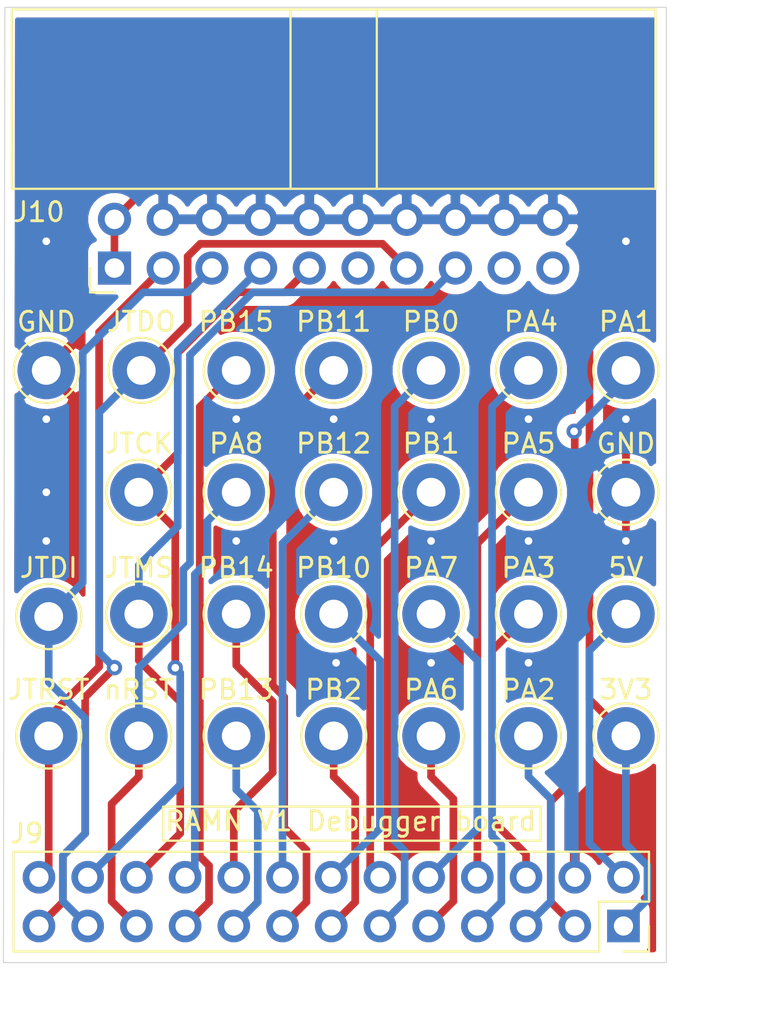
<source format=kicad_pcb>
(kicad_pcb (version 20171130) (host pcbnew "(5.1.8)-1")

  (general
    (thickness 1.6)
    (drawings 12)
    (tracks 187)
    (zones 0)
    (modules 29)
    (nets 30)
  )

  (page A4)
  (layers
    (0 F.Cu signal)
    (31 B.Cu signal)
    (32 B.Adhes user hide)
    (33 F.Adhes user hide)
    (34 B.Paste user hide)
    (35 F.Paste user hide)
    (36 B.SilkS user)
    (37 F.SilkS user)
    (38 B.Mask user hide)
    (39 F.Mask user hide)
    (40 Dwgs.User user)
    (41 Cmts.User user hide)
    (42 Eco1.User user)
    (43 Eco2.User user)
    (44 Edge.Cuts user)
    (45 Margin user)
    (46 B.CrtYd user)
    (47 F.CrtYd user)
    (48 B.Fab user hide)
    (49 F.Fab user hide)
  )

  (setup
    (last_trace_width 0.4)
    (trace_clearance 0.2)
    (zone_clearance 0.508)
    (zone_45_only no)
    (trace_min 0.2)
    (via_size 0.8)
    (via_drill 0.4)
    (via_min_size 0.4)
    (via_min_drill 0.3)
    (uvia_size 0.3)
    (uvia_drill 0.1)
    (uvias_allowed no)
    (uvia_min_size 0.2)
    (uvia_min_drill 0.1)
    (edge_width 0.05)
    (segment_width 0.2)
    (pcb_text_width 0.3)
    (pcb_text_size 1.5 1.5)
    (mod_edge_width 0.12)
    (mod_text_size 1 1)
    (mod_text_width 0.15)
    (pad_size 3 3)
    (pad_drill 1.5)
    (pad_to_mask_clearance 0.051)
    (solder_mask_min_width 0.25)
    (aux_axis_origin 19.05 20.32)
    (visible_elements 7FFFFFFF)
    (pcbplotparams
      (layerselection 0x010dc_ffffffff)
      (usegerberextensions false)
      (usegerberattributes false)
      (usegerberadvancedattributes false)
      (creategerberjobfile false)
      (excludeedgelayer true)
      (linewidth 0.100000)
      (plotframeref false)
      (viasonmask false)
      (mode 1)
      (useauxorigin false)
      (hpglpennumber 1)
      (hpglpenspeed 20)
      (hpglpendiameter 15.000000)
      (psnegative false)
      (psa4output false)
      (plotreference true)
      (plotvalue true)
      (plotinvisibletext false)
      (padsonsilk false)
      (subtractmaskfromsilk false)
      (outputformat 1)
      (mirror false)
      (drillshape 0)
      (scaleselection 1)
      (outputdirectory "CAD/"))
  )

  (net 0 "")
  (net 1 GND)
  (net 2 /3V3_ECU)
  (net 3 /PA2)
  (net 4 /PA7)
  (net 5 /PA6)
  (net 6 /PA5)
  (net 7 /PA4)
  (net 8 /PA3)
  (net 9 /PA1)
  (net 10 /PA8)
  (net 11 /PB15)
  (net 12 /PB14)
  (net 13 /PB13)
  (net 14 /PB12)
  (net 15 /PB11)
  (net 16 /PB10)
  (net 17 /PB2)
  (net 18 /PB1)
  (net 19 /PB0)
  (net 20 +5V)
  (net 21 /SYS_JTRST)
  (net 22 /SYS_JTDI)
  (net 23 /nRST)
  (net 24 /SYS_JTDO-SWO)
  (net 25 /SYS_JTCK-SWCLK)
  (net 26 /SYS_JTMS-SWDIO)
  (net 27 "Net-(J10-Pad19)")
  (net 28 "Net-(J10-Pad17)")
  (net 29 "Net-(J10-Pad11)")

  (net_class Default "This is the default net class."
    (clearance 0.2)
    (trace_width 0.4)
    (via_dia 0.8)
    (via_drill 0.4)
    (uvia_dia 0.3)
    (uvia_drill 0.1)
    (add_net +5V)
    (add_net /3V3_ECU)
    (add_net /PA1)
    (add_net /PA2)
    (add_net /PA3)
    (add_net /PA4)
    (add_net /PA5)
    (add_net /PA6)
    (add_net /PA7)
    (add_net /PA8)
    (add_net /PB0)
    (add_net /PB1)
    (add_net /PB10)
    (add_net /PB11)
    (add_net /PB12)
    (add_net /PB13)
    (add_net /PB14)
    (add_net /PB15)
    (add_net /PB2)
    (add_net /SYS_JTCK-SWCLK)
    (add_net /SYS_JTDI)
    (add_net /SYS_JTDO-SWO)
    (add_net /SYS_JTMS-SWDIO)
    (add_net /SYS_JTRST)
    (add_net /nRST)
    (add_net GND)
    (add_net "Net-(J10-Pad11)")
    (add_net "Net-(J10-Pad17)")
    (add_net "Net-(J10-Pad19)")
  )

  (module Connector_PinSocket_2.54mm:PinSocket_2x13_P2.54mm_Vertical (layer F.Cu) (tedit 5A19A430) (tstamp 5FC75513)
    (at 51.308 64.135 270)
    (descr "Through hole straight socket strip, 2x13, 2.54mm pitch, double cols (from Kicad 4.0.7), script generated")
    (tags "Through hole socket strip THT 2x13 2.54mm double row")
    (path /5D87B279)
    (fp_text reference J9 (at -4.826 31.115) (layer F.SilkS)
      (effects (font (size 1 1) (thickness 0.15)))
    )
    (fp_text value " " (at -1.27 33.25 270) (layer F.Fab)
      (effects (font (size 1 1) (thickness 0.15)))
    )
    (fp_text user %R (at -1.27 15.24 180) (layer F.Fab)
      (effects (font (size 1 1) (thickness 0.15)))
    )
    (fp_line (start -3.81 -1.27) (end 0.27 -1.27) (layer F.Fab) (width 0.1))
    (fp_line (start 0.27 -1.27) (end 1.27 -0.27) (layer F.Fab) (width 0.1))
    (fp_line (start 1.27 -0.27) (end 1.27 31.75) (layer F.Fab) (width 0.1))
    (fp_line (start 1.27 31.75) (end -3.81 31.75) (layer F.Fab) (width 0.1))
    (fp_line (start -3.81 31.75) (end -3.81 -1.27) (layer F.Fab) (width 0.1))
    (fp_line (start -3.87 -1.33) (end -1.27 -1.33) (layer F.SilkS) (width 0.12))
    (fp_line (start -3.87 -1.33) (end -3.87 31.81) (layer F.SilkS) (width 0.12))
    (fp_line (start -3.87 31.81) (end 1.33 31.81) (layer F.SilkS) (width 0.12))
    (fp_line (start 1.33 1.27) (end 1.33 31.81) (layer F.SilkS) (width 0.12))
    (fp_line (start -1.27 1.27) (end 1.33 1.27) (layer F.SilkS) (width 0.12))
    (fp_line (start -1.27 -1.33) (end -1.27 1.27) (layer F.SilkS) (width 0.12))
    (fp_line (start 1.33 -1.33) (end 1.33 0) (layer F.SilkS) (width 0.12))
    (fp_line (start 0 -1.33) (end 1.33 -1.33) (layer F.SilkS) (width 0.12))
    (fp_line (start -4.34 -1.8) (end 1.76 -1.8) (layer F.CrtYd) (width 0.05))
    (fp_line (start 1.76 -1.8) (end 1.76 32.25) (layer F.CrtYd) (width 0.05))
    (fp_line (start 1.76 32.25) (end -4.34 32.25) (layer F.CrtYd) (width 0.05))
    (fp_line (start -4.34 32.25) (end -4.34 -1.8) (layer F.CrtYd) (width 0.05))
    (pad 26 thru_hole oval (at -2.54 30.48 270) (size 1.7 1.7) (drill 1) (layers *.Cu *.Mask)
      (net 21 /SYS_JTRST))
    (pad 25 thru_hole oval (at 0 30.48 270) (size 1.7 1.7) (drill 1) (layers *.Cu *.Mask)
      (net 24 /SYS_JTDO-SWO))
    (pad 24 thru_hole oval (at -2.54 27.94 270) (size 1.7 1.7) (drill 1) (layers *.Cu *.Mask)
      (net 25 /SYS_JTCK-SWCLK))
    (pad 23 thru_hole oval (at 0 27.94 270) (size 1.7 1.7) (drill 1) (layers *.Cu *.Mask)
      (net 22 /SYS_JTDI))
    (pad 22 thru_hole oval (at -2.54 25.4 270) (size 1.7 1.7) (drill 1) (layers *.Cu *.Mask)
      (net 26 /SYS_JTMS-SWDIO))
    (pad 21 thru_hole oval (at 0 25.4 270) (size 1.7 1.7) (drill 1) (layers *.Cu *.Mask)
      (net 23 /nRST))
    (pad 20 thru_hole oval (at -2.54 22.86 270) (size 1.7 1.7) (drill 1) (layers *.Cu *.Mask)
      (net 10 /PA8))
    (pad 19 thru_hole oval (at 0 22.86 270) (size 1.7 1.7) (drill 1) (layers *.Cu *.Mask)
      (net 11 /PB15))
    (pad 18 thru_hole oval (at -2.54 20.32 270) (size 1.7 1.7) (drill 1) (layers *.Cu *.Mask)
      (net 12 /PB14))
    (pad 17 thru_hole oval (at 0 20.32 270) (size 1.7 1.7) (drill 1) (layers *.Cu *.Mask)
      (net 13 /PB13))
    (pad 16 thru_hole oval (at -2.54 17.78 270) (size 1.7 1.7) (drill 1) (layers *.Cu *.Mask)
      (net 14 /PB12))
    (pad 15 thru_hole oval (at 0 17.78 270) (size 1.7 1.7) (drill 1) (layers *.Cu *.Mask)
      (net 15 /PB11))
    (pad 14 thru_hole oval (at -2.54 15.24 270) (size 1.7 1.7) (drill 1) (layers *.Cu *.Mask)
      (net 16 /PB10))
    (pad 13 thru_hole oval (at 0 15.24 270) (size 1.7 1.7) (drill 1) (layers *.Cu *.Mask)
      (net 17 /PB2))
    (pad 12 thru_hole oval (at -2.54 12.7 270) (size 1.7 1.7) (drill 1) (layers *.Cu *.Mask)
      (net 18 /PB1))
    (pad 11 thru_hole oval (at 0 12.7 270) (size 1.7 1.7) (drill 1) (layers *.Cu *.Mask)
      (net 19 /PB0))
    (pad 10 thru_hole oval (at -2.54 10.16 270) (size 1.7 1.7) (drill 1) (layers *.Cu *.Mask)
      (net 4 /PA7))
    (pad 9 thru_hole oval (at 0 10.16 270) (size 1.7 1.7) (drill 1) (layers *.Cu *.Mask)
      (net 5 /PA6))
    (pad 8 thru_hole oval (at -2.54 7.62 270) (size 1.7 1.7) (drill 1) (layers *.Cu *.Mask)
      (net 6 /PA5))
    (pad 7 thru_hole oval (at 0 7.62 270) (size 1.7 1.7) (drill 1) (layers *.Cu *.Mask)
      (net 7 /PA4))
    (pad 6 thru_hole oval (at -2.54 5.08 270) (size 1.7 1.7) (drill 1) (layers *.Cu *.Mask)
      (net 8 /PA3))
    (pad 5 thru_hole oval (at 0 5.08 270) (size 1.7 1.7) (drill 1) (layers *.Cu *.Mask)
      (net 3 /PA2))
    (pad 4 thru_hole oval (at -2.54 2.54 270) (size 1.7 1.7) (drill 1) (layers *.Cu *.Mask)
      (net 1 GND))
    (pad 3 thru_hole oval (at 0 2.54 270) (size 1.7 1.7) (drill 1) (layers *.Cu *.Mask)
      (net 9 /PA1))
    (pad 2 thru_hole oval (at -2.54 0 270) (size 1.7 1.7) (drill 1) (layers *.Cu *.Mask)
      (net 20 +5V))
    (pad 1 thru_hole rect (at 0 0 270) (size 1.7 1.7) (drill 1) (layers *.Cu *.Mask)
      (net 2 /3V3_ECU))
    (model ${KISYS3DMOD}/Connector_PinSocket_2.54mm.3dshapes/PinSocket_2x13_P2.54mm_Vertical.wrl
      (at (xyz 0 0 0))
      (scale (xyz 1 1 1))
      (rotate (xyz 0 0 0))
    )
  )

  (module Connector_IDC:IDC-Header_2x10_P2.54mm_Horizontal (layer F.Cu) (tedit 59DE217B) (tstamp 5FC75C47)
    (at 24.765 29.845 90)
    (descr "Through hole angled IDC box header, 2x10, 2.54mm pitch, double rows")
    (tags "Through hole IDC box header THT 2x10 2.54mm double row")
    (path /5DEDB2F4)
    (fp_text reference J10 (at 2.921 -3.937 180) (layer F.SilkS)
      (effects (font (size 1 1) (thickness 0.15)))
    )
    (fp_text value Conn_ARM_JTAG_SWD_20 (at 6.105 29.464 -90) (layer F.Fab)
      (effects (font (size 1 1) (thickness 0.15)))
    )
    (fp_text user %R (at 8.805 11.43 -180) (layer F.Fab)
      (effects (font (size 1 1) (thickness 0.15)))
    )
    (fp_line (start 13.48 28.21) (end -1.12 28.21) (layer F.CrtYd) (width 0.05))
    (fp_line (start 13.48 -5.35) (end 13.48 28.21) (layer F.CrtYd) (width 0.05))
    (fp_line (start -1.12 28.21) (end -1.12 -5.35) (layer F.CrtYd) (width 0.05))
    (fp_line (start -1.12 -5.35) (end 13.48 -5.35) (layer F.CrtYd) (width 0.05))
    (fp_line (start 4.13 9.18) (end 13.48 9.18) (layer F.SilkS) (width 0.12))
    (fp_line (start 4.13 28.21) (end 4.13 -5.35) (layer F.SilkS) (width 0.12))
    (fp_line (start 4.13 28.21) (end 13.48 28.21) (layer F.SilkS) (width 0.12))
    (fp_line (start 4.13 13.68) (end 13.48 13.68) (layer F.SilkS) (width 0.12))
    (fp_line (start 4.13 -5.35) (end 13.48 -5.35) (layer F.SilkS) (width 0.12))
    (fp_line (start 13.48 -5.35) (end 13.48 28.21) (layer F.SilkS) (width 0.12))
    (fp_line (start 0 -1.27) (end -1.27 -1.27) (layer F.SilkS) (width 0.12))
    (fp_line (start -1.27 -1.27) (end -1.27 0) (layer F.SilkS) (width 0.12))
    (fp_line (start 5.38 -5.1) (end 13.23 -5.1) (layer F.Fab) (width 0.1))
    (fp_line (start 4.38 9.84) (end -0.32 9.84) (layer F.Fab) (width 0.1))
    (fp_line (start 4.38 9.18) (end 13.23 9.18) (layer F.Fab) (width 0.1))
    (fp_line (start 4.38 7.3) (end -0.32 7.3) (layer F.Fab) (width 0.1))
    (fp_line (start 4.38 4.76) (end -0.32 4.76) (layer F.Fab) (width 0.1))
    (fp_line (start 4.38 27.96) (end 4.38 -4.1) (layer F.Fab) (width 0.1))
    (fp_line (start 4.38 27.96) (end 13.23 27.96) (layer F.Fab) (width 0.1))
    (fp_line (start 4.38 22.54) (end -0.32 22.54) (layer F.Fab) (width 0.1))
    (fp_line (start 4.38 20) (end -0.32 20) (layer F.Fab) (width 0.1))
    (fp_line (start 4.38 2.22) (end -0.32 2.22) (layer F.Fab) (width 0.1))
    (fp_line (start 4.38 17.46) (end -0.32 17.46) (layer F.Fab) (width 0.1))
    (fp_line (start 4.38 14.92) (end -0.32 14.92) (layer F.Fab) (width 0.1))
    (fp_line (start 4.38 13.68) (end 13.23 13.68) (layer F.Fab) (width 0.1))
    (fp_line (start 4.38 12.38) (end -0.32 12.38) (layer F.Fab) (width 0.1))
    (fp_line (start 4.38 -4.1) (end 5.38 -5.1) (layer F.Fab) (width 0.1))
    (fp_line (start 4.38 -0.32) (end -0.32 -0.32) (layer F.Fab) (width 0.1))
    (fp_line (start 13.23 27.96) (end 13.23 -5.1) (layer F.Fab) (width 0.1))
    (fp_line (start -0.32 9.84) (end -0.32 10.48) (layer F.Fab) (width 0.1))
    (fp_line (start -0.32 7.94) (end 4.38 7.94) (layer F.Fab) (width 0.1))
    (fp_line (start -0.32 7.3) (end -0.32 7.94) (layer F.Fab) (width 0.1))
    (fp_line (start -0.32 5.4) (end 4.38 5.4) (layer F.Fab) (width 0.1))
    (fp_line (start -0.32 4.76) (end -0.32 5.4) (layer F.Fab) (width 0.1))
    (fp_line (start -0.32 23.18) (end 4.38 23.18) (layer F.Fab) (width 0.1))
    (fp_line (start -0.32 22.54) (end -0.32 23.18) (layer F.Fab) (width 0.1))
    (fp_line (start -0.32 20.64) (end 4.38 20.64) (layer F.Fab) (width 0.1))
    (fp_line (start -0.32 20) (end -0.32 20.64) (layer F.Fab) (width 0.1))
    (fp_line (start -0.32 2.86) (end 4.38 2.86) (layer F.Fab) (width 0.1))
    (fp_line (start -0.32 2.22) (end -0.32 2.86) (layer F.Fab) (width 0.1))
    (fp_line (start -0.32 18.1) (end 4.38 18.1) (layer F.Fab) (width 0.1))
    (fp_line (start -0.32 17.46) (end -0.32 18.1) (layer F.Fab) (width 0.1))
    (fp_line (start -0.32 15.56) (end 4.38 15.56) (layer F.Fab) (width 0.1))
    (fp_line (start -0.32 14.92) (end -0.32 15.56) (layer F.Fab) (width 0.1))
    (fp_line (start -0.32 13.02) (end 4.38 13.02) (layer F.Fab) (width 0.1))
    (fp_line (start -0.32 12.38) (end -0.32 13.02) (layer F.Fab) (width 0.1))
    (fp_line (start -0.32 10.48) (end 4.38 10.48) (layer F.Fab) (width 0.1))
    (fp_line (start -0.32 0.32) (end 4.38 0.32) (layer F.Fab) (width 0.1))
    (fp_line (start -0.32 -0.32) (end -0.32 0.32) (layer F.Fab) (width 0.1))
    (pad 1 thru_hole rect (at 0 0 90) (size 1.7272 1.7272) (drill 1.016) (layers *.Cu *.Mask)
      (net 2 /3V3_ECU))
    (pad 2 thru_hole oval (at 2.54 0 90) (size 1.7272 1.7272) (drill 1.016) (layers *.Cu *.Mask)
      (net 2 /3V3_ECU))
    (pad 3 thru_hole oval (at 0 2.54 90) (size 1.7272 1.7272) (drill 1.016) (layers *.Cu *.Mask)
      (net 21 /SYS_JTRST))
    (pad 4 thru_hole oval (at 2.54 2.54 90) (size 1.7272 1.7272) (drill 1.016) (layers *.Cu *.Mask)
      (net 1 GND))
    (pad 5 thru_hole oval (at 0 5.08 90) (size 1.7272 1.7272) (drill 1.016) (layers *.Cu *.Mask)
      (net 22 /SYS_JTDI))
    (pad 6 thru_hole oval (at 2.54 5.08 90) (size 1.7272 1.7272) (drill 1.016) (layers *.Cu *.Mask)
      (net 1 GND))
    (pad 7 thru_hole oval (at 0 7.62 90) (size 1.7272 1.7272) (drill 1.016) (layers *.Cu *.Mask)
      (net 26 /SYS_JTMS-SWDIO))
    (pad 8 thru_hole oval (at 2.54 7.62 90) (size 1.7272 1.7272) (drill 1.016) (layers *.Cu *.Mask)
      (net 1 GND))
    (pad 9 thru_hole oval (at 0 10.16 90) (size 1.7272 1.7272) (drill 1.016) (layers *.Cu *.Mask)
      (net 25 /SYS_JTCK-SWCLK))
    (pad 10 thru_hole oval (at 2.54 10.16 90) (size 1.7272 1.7272) (drill 1.016) (layers *.Cu *.Mask)
      (net 1 GND))
    (pad 11 thru_hole oval (at 0 12.7 90) (size 1.7272 1.7272) (drill 1.016) (layers *.Cu *.Mask)
      (net 29 "Net-(J10-Pad11)"))
    (pad 12 thru_hole oval (at 2.54 12.7 90) (size 1.7272 1.7272) (drill 1.016) (layers *.Cu *.Mask)
      (net 1 GND))
    (pad 13 thru_hole oval (at 0 15.24 90) (size 1.7272 1.7272) (drill 1.016) (layers *.Cu *.Mask)
      (net 24 /SYS_JTDO-SWO))
    (pad 14 thru_hole oval (at 2.54 15.24 90) (size 1.7272 1.7272) (drill 1.016) (layers *.Cu *.Mask)
      (net 1 GND))
    (pad 15 thru_hole oval (at 0 17.78 90) (size 1.7272 1.7272) (drill 1.016) (layers *.Cu *.Mask)
      (net 23 /nRST))
    (pad 16 thru_hole oval (at 2.54 17.78 90) (size 1.7272 1.7272) (drill 1.016) (layers *.Cu *.Mask)
      (net 1 GND))
    (pad 17 thru_hole oval (at 0 20.32 90) (size 1.7272 1.7272) (drill 1.016) (layers *.Cu *.Mask)
      (net 28 "Net-(J10-Pad17)"))
    (pad 18 thru_hole oval (at 2.54 20.32 90) (size 1.7272 1.7272) (drill 1.016) (layers *.Cu *.Mask)
      (net 1 GND))
    (pad 19 thru_hole oval (at 0 22.86 90) (size 1.7272 1.7272) (drill 1.016) (layers *.Cu *.Mask)
      (net 27 "Net-(J10-Pad19)"))
    (pad 20 thru_hole oval (at 2.54 22.86 90) (size 1.7272 1.7272) (drill 1.016) (layers *.Cu *.Mask)
      (net 1 GND))
    (model ${KISYS3DMOD}/Connector_IDC.3dshapes/IDC-Header_2x10_P2.54mm_Horizontal.wrl
      (at (xyz 0 0 0))
      (scale (xyz 1 1 1))
      (rotate (xyz 0 0 0))
    )
  )

  (module TestPoint:TestPoint_Loop_D2.54mm_Drill1.5mm_Beaded (layer F.Cu) (tedit 5A0F774F) (tstamp 5FC758B4)
    (at 21.209 35.179)
    (descr "wire loop with bead as test point, loop diameter2.548mm, hole diameter 1.5mm")
    (tags "test point wire loop bead")
    (path /5DF49BD6)
    (fp_text reference GND (at 0 -2.54) (layer F.SilkS)
      (effects (font (size 1 1) (thickness 0.15)))
    )
    (fp_text value TestPoint (at 0 -2.8) (layer F.Fab)
      (effects (font (size 1 1) (thickness 0.15)))
    )
    (fp_line (start -1.3 -0.3) (end -1.3 0.3) (layer F.Fab) (width 0.12))
    (fp_line (start -1.3 0.3) (end 1.3 0.3) (layer F.Fab) (width 0.12))
    (fp_line (start 1.3 0.3) (end 1.3 -0.3) (layer F.Fab) (width 0.12))
    (fp_line (start 1.3 -0.3) (end -1.3 -0.3) (layer F.Fab) (width 0.12))
    (fp_circle (center 0 0) (end 2 0) (layer F.CrtYd) (width 0.05))
    (fp_circle (center 0 0) (end 1.7 0) (layer F.SilkS) (width 0.12))
    (fp_circle (center 0 0) (end 1.5 0) (layer F.Fab) (width 0.12))
    (fp_text user %R (at 0.7 2.5) (layer F.Fab)
      (effects (font (size 1 1) (thickness 0.15)))
    )
    (pad 1 thru_hole circle (at 0 0) (size 3 3) (drill 1.5) (layers *.Cu *.Mask)
      (net 1 GND))
    (model ${KISYS3DMOD}/TestPoint.3dshapes/TestPoint_Loop_D2.54mm_Drill1.5mm_Beaded.wrl
      (at (xyz 0 0 0))
      (scale (xyz 1 1 1))
      (rotate (xyz 0 0 0))
    )
  )

  (module TestPoint:TestPoint_Loop_D2.54mm_Drill1.5mm_Beaded (layer F.Cu) (tedit 5A0F774F) (tstamp 5DECD00C)
    (at 31.115 54.229)
    (descr "wire loop with bead as test point, loop diameter2.548mm, hole diameter 1.5mm")
    (tags "test point wire loop bead")
    (path /5DEE3A62)
    (fp_text reference PB13 (at 0 -2.413) (layer F.SilkS)
      (effects (font (size 1 1) (thickness 0.15)))
    )
    (fp_text value TestPoint (at 0 -2.8) (layer F.Fab)
      (effects (font (size 1 1) (thickness 0.15)))
    )
    (fp_line (start -1.3 -0.3) (end -1.3 0.3) (layer F.Fab) (width 0.12))
    (fp_line (start -1.3 0.3) (end 1.3 0.3) (layer F.Fab) (width 0.12))
    (fp_line (start 1.3 0.3) (end 1.3 -0.3) (layer F.Fab) (width 0.12))
    (fp_line (start 1.3 -0.3) (end -1.3 -0.3) (layer F.Fab) (width 0.12))
    (fp_circle (center 0 0) (end 2 0) (layer F.CrtYd) (width 0.05))
    (fp_circle (center 0 0) (end 1.7 0) (layer F.SilkS) (width 0.12))
    (fp_circle (center 0 0) (end 1.5 0) (layer F.Fab) (width 0.12))
    (fp_text user %R (at 0.7 2.5) (layer F.Fab)
      (effects (font (size 1 1) (thickness 0.15)))
    )
    (pad 1 thru_hole circle (at 0 0) (size 3 3) (drill 1.5) (layers *.Cu *.Mask)
      (net 13 /PB13))
    (model ${KISYS3DMOD}/TestPoint.3dshapes/TestPoint_Loop_D2.54mm_Drill1.5mm_Beaded.wrl
      (at (xyz 0 0 0))
      (scale (xyz 1 1 1))
      (rotate (xyz 0 0 0))
    )
  )

  (module TestPoint:TestPoint_Loop_D2.54mm_Drill1.5mm_Beaded (layer F.Cu) (tedit 5A0F774F) (tstamp 5DECCFE8)
    (at 31.115 35.179)
    (descr "wire loop with bead as test point, loop diameter2.548mm, hole diameter 1.5mm")
    (tags "test point wire loop bead")
    (path /5DEE4A4C)
    (fp_text reference PB15 (at 0 -2.54) (layer F.SilkS)
      (effects (font (size 1 1) (thickness 0.15)))
    )
    (fp_text value TestPoint (at 0 -2.8) (layer F.Fab)
      (effects (font (size 1 1) (thickness 0.15)))
    )
    (fp_line (start -1.3 -0.3) (end -1.3 0.3) (layer F.Fab) (width 0.12))
    (fp_line (start -1.3 0.3) (end 1.3 0.3) (layer F.Fab) (width 0.12))
    (fp_line (start 1.3 0.3) (end 1.3 -0.3) (layer F.Fab) (width 0.12))
    (fp_line (start 1.3 -0.3) (end -1.3 -0.3) (layer F.Fab) (width 0.12))
    (fp_circle (center 0 0) (end 2 0) (layer F.CrtYd) (width 0.05))
    (fp_circle (center 0 0) (end 1.7 0) (layer F.SilkS) (width 0.12))
    (fp_circle (center 0 0) (end 1.5 0) (layer F.Fab) (width 0.12))
    (fp_text user %R (at 0.7 2.5) (layer F.Fab)
      (effects (font (size 1 1) (thickness 0.15)))
    )
    (pad 1 thru_hole circle (at 0 0) (size 3 3) (drill 1.5) (layers *.Cu *.Mask)
      (net 11 /PB15))
    (model ${KISYS3DMOD}/TestPoint.3dshapes/TestPoint_Loop_D2.54mm_Drill1.5mm_Beaded.wrl
      (at (xyz 0 0 0))
      (scale (xyz 1 1 1))
      (rotate (xyz 0 0 0))
    )
  )

  (module TestPoint:TestPoint_Loop_D2.54mm_Drill1.5mm_Beaded (layer F.Cu) (tedit 5A0F774F) (tstamp 5DECD030)
    (at 31.115 47.879)
    (descr "wire loop with bead as test point, loop diameter2.548mm, hole diameter 1.5mm")
    (tags "test point wire loop bead")
    (path /5DEF3022)
    (fp_text reference PB14 (at 0 -2.413) (layer F.SilkS)
      (effects (font (size 1 1) (thickness 0.15)))
    )
    (fp_text value TestPoint (at 0 -2.8) (layer F.Fab)
      (effects (font (size 1 1) (thickness 0.15)))
    )
    (fp_line (start -1.3 -0.3) (end -1.3 0.3) (layer F.Fab) (width 0.12))
    (fp_line (start -1.3 0.3) (end 1.3 0.3) (layer F.Fab) (width 0.12))
    (fp_line (start 1.3 0.3) (end 1.3 -0.3) (layer F.Fab) (width 0.12))
    (fp_line (start 1.3 -0.3) (end -1.3 -0.3) (layer F.Fab) (width 0.12))
    (fp_circle (center 0 0) (end 2 0) (layer F.CrtYd) (width 0.05))
    (fp_circle (center 0 0) (end 1.7 0) (layer F.SilkS) (width 0.12))
    (fp_circle (center 0 0) (end 1.5 0) (layer F.Fab) (width 0.12))
    (fp_text user %R (at 0.7 2.5) (layer F.Fab)
      (effects (font (size 1 1) (thickness 0.15)))
    )
    (pad 1 thru_hole circle (at 0 0) (size 3 3) (drill 1.5) (layers *.Cu *.Mask)
      (net 12 /PB14))
    (model ${KISYS3DMOD}/TestPoint.3dshapes/TestPoint_Loop_D2.54mm_Drill1.5mm_Beaded.wrl
      (at (xyz 0 0 0))
      (scale (xyz 1 1 1))
      (rotate (xyz 0 0 0))
    )
  )

  (module TestPoint:TestPoint_Loop_D2.54mm_Drill1.5mm_Beaded (layer F.Cu) (tedit 5A0F774F) (tstamp 5DECCE56)
    (at 36.195 41.529)
    (descr "wire loop with bead as test point, loop diameter2.548mm, hole diameter 1.5mm")
    (tags "test point wire loop bead")
    (path /5DEF02F5)
    (fp_text reference PB12 (at 0 -2.54) (layer F.SilkS)
      (effects (font (size 1 1) (thickness 0.15)))
    )
    (fp_text value TestPoint (at 0 -2.8) (layer F.Fab)
      (effects (font (size 1 1) (thickness 0.15)))
    )
    (fp_line (start -1.3 -0.3) (end -1.3 0.3) (layer F.Fab) (width 0.12))
    (fp_line (start -1.3 0.3) (end 1.3 0.3) (layer F.Fab) (width 0.12))
    (fp_line (start 1.3 0.3) (end 1.3 -0.3) (layer F.Fab) (width 0.12))
    (fp_line (start 1.3 -0.3) (end -1.3 -0.3) (layer F.Fab) (width 0.12))
    (fp_circle (center 0 0) (end 2 0) (layer F.CrtYd) (width 0.05))
    (fp_circle (center 0 0) (end 1.7 0) (layer F.SilkS) (width 0.12))
    (fp_circle (center 0 0) (end 1.5 0) (layer F.Fab) (width 0.12))
    (fp_text user %R (at 0.7 2.5) (layer F.Fab)
      (effects (font (size 1 1) (thickness 0.15)))
    )
    (pad 1 thru_hole circle (at 0 0) (size 3 3) (drill 1.5) (layers *.Cu *.Mask)
      (net 14 /PB12))
    (model ${KISYS3DMOD}/TestPoint.3dshapes/TestPoint_Loop_D2.54mm_Drill1.5mm_Beaded.wrl
      (at (xyz 0 0 0))
      (scale (xyz 1 1 1))
      (rotate (xyz 0 0 0))
    )
  )

  (module TestPoint:TestPoint_Loop_D2.54mm_Drill1.5mm_Beaded (layer F.Cu) (tedit 5A0F774F) (tstamp 5DECCD12)
    (at 36.195 35.179)
    (descr "wire loop with bead as test point, loop diameter2.548mm, hole diameter 1.5mm")
    (tags "test point wire loop bead")
    (path /5DEDD56E)
    (fp_text reference PB11 (at 0 -2.54) (layer F.SilkS)
      (effects (font (size 1 1) (thickness 0.15)))
    )
    (fp_text value TestPoint (at 0 -2.8) (layer F.Fab)
      (effects (font (size 1 1) (thickness 0.15)))
    )
    (fp_line (start -1.3 -0.3) (end -1.3 0.3) (layer F.Fab) (width 0.12))
    (fp_line (start -1.3 0.3) (end 1.3 0.3) (layer F.Fab) (width 0.12))
    (fp_line (start 1.3 0.3) (end 1.3 -0.3) (layer F.Fab) (width 0.12))
    (fp_line (start 1.3 -0.3) (end -1.3 -0.3) (layer F.Fab) (width 0.12))
    (fp_circle (center 0 0) (end 2 0) (layer F.CrtYd) (width 0.05))
    (fp_circle (center 0 0) (end 1.7 0) (layer F.SilkS) (width 0.12))
    (fp_circle (center 0 0) (end 1.5 0) (layer F.Fab) (width 0.12))
    (fp_text user %R (at 0.7 2.5) (layer F.Fab)
      (effects (font (size 1 1) (thickness 0.15)))
    )
    (pad 1 thru_hole circle (at 0 0) (size 3 3) (drill 1.5) (layers *.Cu *.Mask)
      (net 15 /PB11))
    (model ${KISYS3DMOD}/TestPoint.3dshapes/TestPoint_Loop_D2.54mm_Drill1.5mm_Beaded.wrl
      (at (xyz 0 0 0))
      (scale (xyz 1 1 1))
      (rotate (xyz 0 0 0))
    )
  )

  (module TestPoint:TestPoint_Loop_D2.54mm_Drill1.5mm_Beaded (layer F.Cu) (tedit 5A0F774F) (tstamp 5DECCD5A)
    (at 36.195 47.879)
    (descr "wire loop with bead as test point, loop diameter2.548mm, hole diameter 1.5mm")
    (tags "test point wire loop bead")
    (path /5DEEEAF7)
    (fp_text reference PB10 (at 0 -2.413) (layer F.SilkS)
      (effects (font (size 1 1) (thickness 0.15)))
    )
    (fp_text value TestPoint (at 0 -2.8) (layer F.Fab)
      (effects (font (size 1 1) (thickness 0.15)))
    )
    (fp_line (start -1.3 -0.3) (end -1.3 0.3) (layer F.Fab) (width 0.12))
    (fp_line (start -1.3 0.3) (end 1.3 0.3) (layer F.Fab) (width 0.12))
    (fp_line (start 1.3 0.3) (end 1.3 -0.3) (layer F.Fab) (width 0.12))
    (fp_line (start 1.3 -0.3) (end -1.3 -0.3) (layer F.Fab) (width 0.12))
    (fp_circle (center 0 0) (end 2 0) (layer F.CrtYd) (width 0.05))
    (fp_circle (center 0 0) (end 1.7 0) (layer F.SilkS) (width 0.12))
    (fp_circle (center 0 0) (end 1.5 0) (layer F.Fab) (width 0.12))
    (fp_text user %R (at 0.7 2.5) (layer F.Fab)
      (effects (font (size 1 1) (thickness 0.15)))
    )
    (pad 1 thru_hole circle (at 0 0) (size 3 3) (drill 1.5) (layers *.Cu *.Mask)
      (net 16 /PB10))
    (model ${KISYS3DMOD}/TestPoint.3dshapes/TestPoint_Loop_D2.54mm_Drill1.5mm_Beaded.wrl
      (at (xyz 0 0 0))
      (scale (xyz 1 1 1))
      (rotate (xyz 0 0 0))
    )
  )

  (module TestPoint:TestPoint_Loop_D2.54mm_Drill1.5mm_Beaded (layer F.Cu) (tedit 5A0F774F) (tstamp 5DECCD7E)
    (at 36.195 54.229)
    (descr "wire loop with bead as test point, loop diameter2.548mm, hole diameter 1.5mm")
    (tags "test point wire loop bead")
    (path /5DEDD2B2)
    (fp_text reference PB2 (at 0 -2.413) (layer F.SilkS)
      (effects (font (size 1 1) (thickness 0.15)))
    )
    (fp_text value TestPoint (at 0 -2.8) (layer F.Fab)
      (effects (font (size 1 1) (thickness 0.15)))
    )
    (fp_line (start -1.3 -0.3) (end -1.3 0.3) (layer F.Fab) (width 0.12))
    (fp_line (start -1.3 0.3) (end 1.3 0.3) (layer F.Fab) (width 0.12))
    (fp_line (start 1.3 0.3) (end 1.3 -0.3) (layer F.Fab) (width 0.12))
    (fp_line (start 1.3 -0.3) (end -1.3 -0.3) (layer F.Fab) (width 0.12))
    (fp_circle (center 0 0) (end 2 0) (layer F.CrtYd) (width 0.05))
    (fp_circle (center 0 0) (end 1.7 0) (layer F.SilkS) (width 0.12))
    (fp_circle (center 0 0) (end 1.5 0) (layer F.Fab) (width 0.12))
    (fp_text user %R (at 0.7 2.5) (layer F.Fab)
      (effects (font (size 1 1) (thickness 0.15)))
    )
    (pad 1 thru_hole circle (at 0 0) (size 3 3) (drill 1.5) (layers *.Cu *.Mask)
      (net 17 /PB2))
    (model ${KISYS3DMOD}/TestPoint.3dshapes/TestPoint_Loop_D2.54mm_Drill1.5mm_Beaded.wrl
      (at (xyz 0 0 0))
      (scale (xyz 1 1 1))
      (rotate (xyz 0 0 0))
    )
  )

  (module TestPoint:TestPoint_Loop_D2.54mm_Drill1.5mm_Beaded (layer F.Cu) (tedit 5A0F774F) (tstamp 5DECCDA2)
    (at 41.275 41.529)
    (descr "wire loop with bead as test point, loop diameter2.548mm, hole diameter 1.5mm")
    (tags "test point wire loop bead")
    (path /5DEEB8CB)
    (fp_text reference PB1 (at 0 -2.54) (layer F.SilkS)
      (effects (font (size 1 1) (thickness 0.15)))
    )
    (fp_text value TestPoint (at 0 -2.8) (layer F.Fab)
      (effects (font (size 1 1) (thickness 0.15)))
    )
    (fp_line (start -1.3 -0.3) (end -1.3 0.3) (layer F.Fab) (width 0.12))
    (fp_line (start -1.3 0.3) (end 1.3 0.3) (layer F.Fab) (width 0.12))
    (fp_line (start 1.3 0.3) (end 1.3 -0.3) (layer F.Fab) (width 0.12))
    (fp_line (start 1.3 -0.3) (end -1.3 -0.3) (layer F.Fab) (width 0.12))
    (fp_circle (center 0 0) (end 2 0) (layer F.CrtYd) (width 0.05))
    (fp_circle (center 0 0) (end 1.7 0) (layer F.SilkS) (width 0.12))
    (fp_circle (center 0 0) (end 1.5 0) (layer F.Fab) (width 0.12))
    (fp_text user %R (at 0.7 2.5) (layer F.Fab)
      (effects (font (size 1 1) (thickness 0.15)))
    )
    (pad 1 thru_hole circle (at 0 0) (size 3 3) (drill 1.5) (layers *.Cu *.Mask)
      (net 18 /PB1))
    (model ${KISYS3DMOD}/TestPoint.3dshapes/TestPoint_Loop_D2.54mm_Drill1.5mm_Beaded.wrl
      (at (xyz 0 0 0))
      (scale (xyz 1 1 1))
      (rotate (xyz 0 0 0))
    )
  )

  (module TestPoint:TestPoint_Loop_D2.54mm_Drill1.5mm_Beaded (layer F.Cu) (tedit 5A0F774F) (tstamp 5DECCD36)
    (at 41.275 35.179)
    (descr "wire loop with bead as test point, loop diameter2.548mm, hole diameter 1.5mm")
    (tags "test point wire loop bead")
    (path /5DEDD0B9)
    (fp_text reference PB0 (at 0 -2.54) (layer F.SilkS)
      (effects (font (size 1 1) (thickness 0.15)))
    )
    (fp_text value TestPoint (at 0 -2.8) (layer F.Fab)
      (effects (font (size 1 1) (thickness 0.15)))
    )
    (fp_line (start -1.3 -0.3) (end -1.3 0.3) (layer F.Fab) (width 0.12))
    (fp_line (start -1.3 0.3) (end 1.3 0.3) (layer F.Fab) (width 0.12))
    (fp_line (start 1.3 0.3) (end 1.3 -0.3) (layer F.Fab) (width 0.12))
    (fp_line (start 1.3 -0.3) (end -1.3 -0.3) (layer F.Fab) (width 0.12))
    (fp_circle (center 0 0) (end 2 0) (layer F.CrtYd) (width 0.05))
    (fp_circle (center 0 0) (end 1.7 0) (layer F.SilkS) (width 0.12))
    (fp_circle (center 0 0) (end 1.5 0) (layer F.Fab) (width 0.12))
    (fp_text user %R (at 0.7 2.5) (layer F.Fab)
      (effects (font (size 1 1) (thickness 0.15)))
    )
    (pad 1 thru_hole circle (at 0 0) (size 3 3) (drill 1.5) (layers *.Cu *.Mask)
      (net 19 /PB0))
    (model ${KISYS3DMOD}/TestPoint.3dshapes/TestPoint_Loop_D2.54mm_Drill1.5mm_Beaded.wrl
      (at (xyz 0 0 0))
      (scale (xyz 1 1 1))
      (rotate (xyz 0 0 0))
    )
  )

  (module TestPoint:TestPoint_Loop_D2.54mm_Drill1.5mm_Beaded (layer F.Cu) (tedit 5A0F774F) (tstamp 5DECCDC6)
    (at 31.115 41.529)
    (descr "wire loop with bead as test point, loop diameter2.548mm, hole diameter 1.5mm")
    (tags "test point wire loop bead")
    (path /5DEF46D2)
    (fp_text reference PA8 (at 0 -2.54) (layer F.SilkS)
      (effects (font (size 1 1) (thickness 0.15)))
    )
    (fp_text value TestPoint (at 0 -2.8) (layer F.Fab)
      (effects (font (size 1 1) (thickness 0.15)))
    )
    (fp_line (start -1.3 -0.3) (end -1.3 0.3) (layer F.Fab) (width 0.12))
    (fp_line (start -1.3 0.3) (end 1.3 0.3) (layer F.Fab) (width 0.12))
    (fp_line (start 1.3 0.3) (end 1.3 -0.3) (layer F.Fab) (width 0.12))
    (fp_line (start 1.3 -0.3) (end -1.3 -0.3) (layer F.Fab) (width 0.12))
    (fp_circle (center 0 0) (end 2 0) (layer F.CrtYd) (width 0.05))
    (fp_circle (center 0 0) (end 1.7 0) (layer F.SilkS) (width 0.12))
    (fp_circle (center 0 0) (end 1.5 0) (layer F.Fab) (width 0.12))
    (fp_text user %R (at 0.7 2.5) (layer F.Fab)
      (effects (font (size 1 1) (thickness 0.15)))
    )
    (pad 1 thru_hole circle (at 0 0) (size 3 3) (drill 1.5) (layers *.Cu *.Mask)
      (net 10 /PA8))
    (model ${KISYS3DMOD}/TestPoint.3dshapes/TestPoint_Loop_D2.54mm_Drill1.5mm_Beaded.wrl
      (at (xyz 0 0 0))
      (scale (xyz 1 1 1))
      (rotate (xyz 0 0 0))
    )
  )

  (module TestPoint:TestPoint_Loop_D2.54mm_Drill1.5mm_Beaded (layer F.Cu) (tedit 5A0F774F) (tstamp 5DECCE32)
    (at 41.275 47.879)
    (descr "wire loop with bead as test point, loop diameter2.548mm, hole diameter 1.5mm")
    (tags "test point wire loop bead")
    (path /5DEEB4E8)
    (fp_text reference PA7 (at 0 -2.413) (layer F.SilkS)
      (effects (font (size 1 1) (thickness 0.15)))
    )
    (fp_text value TestPoint (at 0 -2.8) (layer F.Fab)
      (effects (font (size 1 1) (thickness 0.15)))
    )
    (fp_line (start -1.3 -0.3) (end -1.3 0.3) (layer F.Fab) (width 0.12))
    (fp_line (start -1.3 0.3) (end 1.3 0.3) (layer F.Fab) (width 0.12))
    (fp_line (start 1.3 0.3) (end 1.3 -0.3) (layer F.Fab) (width 0.12))
    (fp_line (start 1.3 -0.3) (end -1.3 -0.3) (layer F.Fab) (width 0.12))
    (fp_circle (center 0 0) (end 2 0) (layer F.CrtYd) (width 0.05))
    (fp_circle (center 0 0) (end 1.7 0) (layer F.SilkS) (width 0.12))
    (fp_circle (center 0 0) (end 1.5 0) (layer F.Fab) (width 0.12))
    (fp_text user %R (at 0.7 2.5) (layer F.Fab)
      (effects (font (size 1 1) (thickness 0.15)))
    )
    (pad 1 thru_hole circle (at 0 0) (size 3 3) (drill 1.5) (layers *.Cu *.Mask)
      (net 4 /PA7))
    (model ${KISYS3DMOD}/TestPoint.3dshapes/TestPoint_Loop_D2.54mm_Drill1.5mm_Beaded.wrl
      (at (xyz 0 0 0))
      (scale (xyz 1 1 1))
      (rotate (xyz 0 0 0))
    )
  )

  (module TestPoint:TestPoint_Loop_D2.54mm_Drill1.5mm_Beaded (layer F.Cu) (tedit 5A0F774F) (tstamp 5DECCDEA)
    (at 41.275 54.229)
    (descr "wire loop with bead as test point, loop diameter2.548mm, hole diameter 1.5mm")
    (tags "test point wire loop bead")
    (path /5DEDCF05)
    (fp_text reference PA6 (at 0 -2.413) (layer F.SilkS)
      (effects (font (size 1 1) (thickness 0.15)))
    )
    (fp_text value TestPoint (at 0 -2.8) (layer F.Fab)
      (effects (font (size 1 1) (thickness 0.15)))
    )
    (fp_line (start -1.3 -0.3) (end -1.3 0.3) (layer F.Fab) (width 0.12))
    (fp_line (start -1.3 0.3) (end 1.3 0.3) (layer F.Fab) (width 0.12))
    (fp_line (start 1.3 0.3) (end 1.3 -0.3) (layer F.Fab) (width 0.12))
    (fp_line (start 1.3 -0.3) (end -1.3 -0.3) (layer F.Fab) (width 0.12))
    (fp_circle (center 0 0) (end 2 0) (layer F.CrtYd) (width 0.05))
    (fp_circle (center 0 0) (end 1.7 0) (layer F.SilkS) (width 0.12))
    (fp_circle (center 0 0) (end 1.5 0) (layer F.Fab) (width 0.12))
    (fp_text user %R (at 0.7 2.5) (layer F.Fab)
      (effects (font (size 1 1) (thickness 0.15)))
    )
    (pad 1 thru_hole circle (at 0 0) (size 3 3) (drill 1.5) (layers *.Cu *.Mask)
      (net 5 /PA6))
    (model ${KISYS3DMOD}/TestPoint.3dshapes/TestPoint_Loop_D2.54mm_Drill1.5mm_Beaded.wrl
      (at (xyz 0 0 0))
      (scale (xyz 1 1 1))
      (rotate (xyz 0 0 0))
    )
  )

  (module TestPoint:TestPoint_Loop_D2.54mm_Drill1.5mm_Beaded (layer F.Cu) (tedit 5A0F774F) (tstamp 5DECCE0E)
    (at 46.355 41.529)
    (descr "wire loop with bead as test point, loop diameter2.548mm, hole diameter 1.5mm")
    (tags "test point wire loop bead")
    (path /5DEEB1FE)
    (fp_text reference PA5 (at 0 -2.54) (layer F.SilkS)
      (effects (font (size 1 1) (thickness 0.15)))
    )
    (fp_text value TestPoint (at 0 -2.8) (layer F.Fab)
      (effects (font (size 1 1) (thickness 0.15)))
    )
    (fp_line (start -1.3 -0.3) (end -1.3 0.3) (layer F.Fab) (width 0.12))
    (fp_line (start -1.3 0.3) (end 1.3 0.3) (layer F.Fab) (width 0.12))
    (fp_line (start 1.3 0.3) (end 1.3 -0.3) (layer F.Fab) (width 0.12))
    (fp_line (start 1.3 -0.3) (end -1.3 -0.3) (layer F.Fab) (width 0.12))
    (fp_circle (center 0 0) (end 2 0) (layer F.CrtYd) (width 0.05))
    (fp_circle (center 0 0) (end 1.7 0) (layer F.SilkS) (width 0.12))
    (fp_circle (center 0 0) (end 1.5 0) (layer F.Fab) (width 0.12))
    (fp_text user %R (at 0.7 2.5) (layer F.Fab)
      (effects (font (size 1 1) (thickness 0.15)))
    )
    (pad 1 thru_hole circle (at 0 0) (size 3 3) (drill 1.5) (layers *.Cu *.Mask)
      (net 6 /PA5))
    (model ${KISYS3DMOD}/TestPoint.3dshapes/TestPoint_Loop_D2.54mm_Drill1.5mm_Beaded.wrl
      (at (xyz 0 0 0))
      (scale (xyz 1 1 1))
      (rotate (xyz 0 0 0))
    )
  )

  (module TestPoint:TestPoint_Loop_D2.54mm_Drill1.5mm_Beaded (layer F.Cu) (tedit 5A0F774F) (tstamp 5DECCF34)
    (at 46.355 35.179)
    (descr "wire loop with bead as test point, loop diameter2.548mm, hole diameter 1.5mm")
    (tags "test point wire loop bead")
    (path /5DEDCC99)
    (fp_text reference PA4 (at 0.127 -2.54) (layer F.SilkS)
      (effects (font (size 1 1) (thickness 0.15)))
    )
    (fp_text value TestPoint (at 0 -2.8) (layer F.Fab)
      (effects (font (size 1 1) (thickness 0.15)))
    )
    (fp_line (start -1.3 -0.3) (end -1.3 0.3) (layer F.Fab) (width 0.12))
    (fp_line (start -1.3 0.3) (end 1.3 0.3) (layer F.Fab) (width 0.12))
    (fp_line (start 1.3 0.3) (end 1.3 -0.3) (layer F.Fab) (width 0.12))
    (fp_line (start 1.3 -0.3) (end -1.3 -0.3) (layer F.Fab) (width 0.12))
    (fp_circle (center 0 0) (end 2 0) (layer F.CrtYd) (width 0.05))
    (fp_circle (center 0 0) (end 1.7 0) (layer F.SilkS) (width 0.12))
    (fp_circle (center 0 0) (end 1.5 0) (layer F.Fab) (width 0.12))
    (fp_text user %R (at 0.7 2.5) (layer F.Fab)
      (effects (font (size 1 1) (thickness 0.15)))
    )
    (pad 1 thru_hole circle (at 0 0) (size 3 3) (drill 1.5) (layers *.Cu *.Mask)
      (net 7 /PA4))
    (model ${KISYS3DMOD}/TestPoint.3dshapes/TestPoint_Loop_D2.54mm_Drill1.5mm_Beaded.wrl
      (at (xyz 0 0 0))
      (scale (xyz 1 1 1))
      (rotate (xyz 0 0 0))
    )
  )

  (module TestPoint:TestPoint_Loop_D2.54mm_Drill1.5mm_Beaded (layer F.Cu) (tedit 5A0F774F) (tstamp 5DECCF58)
    (at 46.355 47.879)
    (descr "wire loop with bead as test point, loop diameter2.548mm, hole diameter 1.5mm")
    (tags "test point wire loop bead")
    (path /5DEE95A3)
    (fp_text reference PA3 (at 0 -2.413) (layer F.SilkS)
      (effects (font (size 1 1) (thickness 0.15)))
    )
    (fp_text value TestPoint (at 0 -2.8) (layer F.Fab)
      (effects (font (size 1 1) (thickness 0.15)))
    )
    (fp_line (start -1.3 -0.3) (end -1.3 0.3) (layer F.Fab) (width 0.12))
    (fp_line (start -1.3 0.3) (end 1.3 0.3) (layer F.Fab) (width 0.12))
    (fp_line (start 1.3 0.3) (end 1.3 -0.3) (layer F.Fab) (width 0.12))
    (fp_line (start 1.3 -0.3) (end -1.3 -0.3) (layer F.Fab) (width 0.12))
    (fp_circle (center 0 0) (end 2 0) (layer F.CrtYd) (width 0.05))
    (fp_circle (center 0 0) (end 1.7 0) (layer F.SilkS) (width 0.12))
    (fp_circle (center 0 0) (end 1.5 0) (layer F.Fab) (width 0.12))
    (fp_text user %R (at 0.7 2.5) (layer F.Fab)
      (effects (font (size 1 1) (thickness 0.15)))
    )
    (pad 1 thru_hole circle (at 0 0) (size 3 3) (drill 1.5) (layers *.Cu *.Mask)
      (net 8 /PA3))
    (model ${KISYS3DMOD}/TestPoint.3dshapes/TestPoint_Loop_D2.54mm_Drill1.5mm_Beaded.wrl
      (at (xyz 0 0 0))
      (scale (xyz 1 1 1))
      (rotate (xyz 0 0 0))
    )
  )

  (module TestPoint:TestPoint_Loop_D2.54mm_Drill1.5mm_Beaded (layer F.Cu) (tedit 5A0F774F) (tstamp 5DECCF7C)
    (at 46.355 54.229)
    (descr "wire loop with bead as test point, loop diameter2.548mm, hole diameter 1.5mm")
    (tags "test point wire loop bead")
    (path /5DEDCA7A)
    (fp_text reference PA2 (at 0 -2.413) (layer F.SilkS)
      (effects (font (size 1 1) (thickness 0.15)))
    )
    (fp_text value TestPoint (at 0 -2.8) (layer F.Fab)
      (effects (font (size 1 1) (thickness 0.15)))
    )
    (fp_line (start -1.3 -0.3) (end -1.3 0.3) (layer F.Fab) (width 0.12))
    (fp_line (start -1.3 0.3) (end 1.3 0.3) (layer F.Fab) (width 0.12))
    (fp_line (start 1.3 0.3) (end 1.3 -0.3) (layer F.Fab) (width 0.12))
    (fp_line (start 1.3 -0.3) (end -1.3 -0.3) (layer F.Fab) (width 0.12))
    (fp_circle (center 0 0) (end 2 0) (layer F.CrtYd) (width 0.05))
    (fp_circle (center 0 0) (end 1.7 0) (layer F.SilkS) (width 0.12))
    (fp_circle (center 0 0) (end 1.5 0) (layer F.Fab) (width 0.12))
    (fp_text user %R (at 0.7 2.5) (layer F.Fab)
      (effects (font (size 1 1) (thickness 0.15)))
    )
    (pad 1 thru_hole circle (at 0 0) (size 3 3) (drill 1.5) (layers *.Cu *.Mask)
      (net 3 /PA2))
    (model ${KISYS3DMOD}/TestPoint.3dshapes/TestPoint_Loop_D2.54mm_Drill1.5mm_Beaded.wrl
      (at (xyz 0 0 0))
      (scale (xyz 1 1 1))
      (rotate (xyz 0 0 0))
    )
  )

  (module TestPoint:TestPoint_Loop_D2.54mm_Drill1.5mm_Beaded (layer F.Cu) (tedit 5A0F774F) (tstamp 5DECCFA0)
    (at 51.435 35.179)
    (descr "wire loop with bead as test point, loop diameter2.548mm, hole diameter 1.5mm")
    (tags "test point wire loop bead")
    (path /5DEDC6DE)
    (fp_text reference PA1 (at 0 -2.54) (layer F.SilkS)
      (effects (font (size 1 1) (thickness 0.15)))
    )
    (fp_text value TestPoint (at 0 -2.8) (layer F.Fab)
      (effects (font (size 1 1) (thickness 0.15)))
    )
    (fp_line (start -1.3 -0.3) (end -1.3 0.3) (layer F.Fab) (width 0.12))
    (fp_line (start -1.3 0.3) (end 1.3 0.3) (layer F.Fab) (width 0.12))
    (fp_line (start 1.3 0.3) (end 1.3 -0.3) (layer F.Fab) (width 0.12))
    (fp_line (start 1.3 -0.3) (end -1.3 -0.3) (layer F.Fab) (width 0.12))
    (fp_circle (center 0 0) (end 2 0) (layer F.CrtYd) (width 0.05))
    (fp_circle (center 0 0) (end 1.7 0) (layer F.SilkS) (width 0.12))
    (fp_circle (center 0 0) (end 1.5 0) (layer F.Fab) (width 0.12))
    (fp_text user %R (at 0.7 2.5) (layer F.Fab)
      (effects (font (size 1 1) (thickness 0.15)))
    )
    (pad 1 thru_hole circle (at 0 0) (size 3 3) (drill 1.5) (layers *.Cu *.Mask)
      (net 9 /PA1))
    (model ${KISYS3DMOD}/TestPoint.3dshapes/TestPoint_Loop_D2.54mm_Drill1.5mm_Beaded.wrl
      (at (xyz 0 0 0))
      (scale (xyz 1 1 1))
      (rotate (xyz 0 0 0))
    )
  )

  (module TestPoint:TestPoint_Loop_D2.54mm_Drill1.5mm_Beaded (layer F.Cu) (tedit 5A0F774F) (tstamp 5DEC910B)
    (at 26.035 54.229)
    (descr "wire loop with bead as test point, loop diameter2.548mm, hole diameter 1.5mm")
    (tags "test point wire loop bead")
    (path /5DEF6F64)
    (fp_text reference nRST (at 0 -2.413) (layer F.SilkS)
      (effects (font (size 1 1) (thickness 0.15)))
    )
    (fp_text value TestPoint (at 0 -2.8) (layer F.Fab)
      (effects (font (size 1 1) (thickness 0.15)))
    )
    (fp_line (start -1.3 -0.3) (end -1.3 0.3) (layer F.Fab) (width 0.12))
    (fp_line (start -1.3 0.3) (end 1.3 0.3) (layer F.Fab) (width 0.12))
    (fp_line (start 1.3 0.3) (end 1.3 -0.3) (layer F.Fab) (width 0.12))
    (fp_line (start 1.3 -0.3) (end -1.3 -0.3) (layer F.Fab) (width 0.12))
    (fp_circle (center 0 0) (end 2 0) (layer F.CrtYd) (width 0.05))
    (fp_circle (center 0 0) (end 1.7 0) (layer F.SilkS) (width 0.12))
    (fp_circle (center 0 0) (end 1.5 0) (layer F.Fab) (width 0.12))
    (fp_text user %R (at 0.7 2.5) (layer F.Fab)
      (effects (font (size 1 1) (thickness 0.15)))
    )
    (pad 1 thru_hole circle (at 0 0) (size 3 3) (drill 1.5) (layers *.Cu *.Mask)
      (net 23 /nRST))
    (model ${KISYS3DMOD}/TestPoint.3dshapes/TestPoint_Loop_D2.54mm_Drill1.5mm_Beaded.wrl
      (at (xyz 0 0 0))
      (scale (xyz 1 1 1))
      (rotate (xyz 0 0 0))
    )
  )

  (module TestPoint:TestPoint_Loop_D2.54mm_Drill1.5mm_Beaded (layer F.Cu) (tedit 5DEC8174) (tstamp 5DED20ED)
    (at 21.336 54.229)
    (descr "wire loop with bead as test point, loop diameter2.548mm, hole diameter 1.5mm")
    (tags "test point wire loop bead")
    (path /5DF04051)
    (fp_text reference JTRST (at 0 -2.413) (layer F.SilkS)
      (effects (font (size 1 1) (thickness 0.15)))
    )
    (fp_text value TestPoint (at 0 -2.8) (layer F.Fab)
      (effects (font (size 1 1) (thickness 0.15)))
    )
    (fp_line (start -1.3 -0.3) (end -1.3 0.3) (layer F.Fab) (width 0.12))
    (fp_line (start -1.3 0.3) (end 1.3 0.3) (layer F.Fab) (width 0.12))
    (fp_line (start 1.3 0.3) (end 1.3 -0.3) (layer F.Fab) (width 0.12))
    (fp_line (start 1.3 -0.3) (end -1.3 -0.3) (layer F.Fab) (width 0.12))
    (fp_circle (center 0 0) (end 2 0) (layer F.CrtYd) (width 0.05))
    (fp_circle (center 0 0) (end 1.7 0) (layer F.SilkS) (width 0.12))
    (fp_circle (center 0 0) (end 1.5 0) (layer F.Fab) (width 0.12))
    (fp_text user %R (at 0.7 2.5) (layer F.Fab)
      (effects (font (size 1 1) (thickness 0.15)))
    )
    (pad 1 thru_hole circle (at 0 0) (size 3 3) (drill 1.5) (layers *.Cu *.Mask)
      (net 21 /SYS_JTRST))
    (model ${KISYS3DMOD}/TestPoint.3dshapes/TestPoint_Loop_D2.54mm_Drill1.5mm_Beaded.wrl
      (at (xyz 0 0 0))
      (scale (xyz 1 1 1))
      (rotate (xyz 0 0 0))
    )
  )

  (module TestPoint:TestPoint_Loop_D2.54mm_Drill1.5mm_Beaded (layer F.Cu) (tedit 5A0F774F) (tstamp 5DECCEEC)
    (at 26.035 47.879)
    (descr "wire loop with bead as test point, loop diameter2.548mm, hole diameter 1.5mm")
    (tags "test point wire loop bead")
    (path /5DEF5F67)
    (fp_text reference JTMS (at 0 -2.413) (layer F.SilkS)
      (effects (font (size 1 1) (thickness 0.15)))
    )
    (fp_text value TestPoint (at 0 -2.8) (layer F.Fab)
      (effects (font (size 1 1) (thickness 0.15)))
    )
    (fp_line (start -1.3 -0.3) (end -1.3 0.3) (layer F.Fab) (width 0.12))
    (fp_line (start -1.3 0.3) (end 1.3 0.3) (layer F.Fab) (width 0.12))
    (fp_line (start 1.3 0.3) (end 1.3 -0.3) (layer F.Fab) (width 0.12))
    (fp_line (start 1.3 -0.3) (end -1.3 -0.3) (layer F.Fab) (width 0.12))
    (fp_circle (center 0 0) (end 2 0) (layer F.CrtYd) (width 0.05))
    (fp_circle (center 0 0) (end 1.7 0) (layer F.SilkS) (width 0.12))
    (fp_circle (center 0 0) (end 1.5 0) (layer F.Fab) (width 0.12))
    (fp_text user %R (at 0.7 2.5) (layer F.Fab)
      (effects (font (size 1 1) (thickness 0.15)))
    )
    (pad 1 thru_hole circle (at 0 0) (size 3 3) (drill 1.5) (layers *.Cu *.Mask)
      (net 26 /SYS_JTMS-SWDIO))
    (model ${KISYS3DMOD}/TestPoint.3dshapes/TestPoint_Loop_D2.54mm_Drill1.5mm_Beaded.wrl
      (at (xyz 0 0 0))
      (scale (xyz 1 1 1))
      (rotate (xyz 0 0 0))
    )
  )

  (module TestPoint:TestPoint_Loop_D2.54mm_Drill1.5mm_Beaded (layer F.Cu) (tedit 5DEC816F) (tstamp 5DED20A3)
    (at 26.162 35.179)
    (descr "wire loop with bead as test point, loop diameter2.548mm, hole diameter 1.5mm")
    (tags "test point wire loop bead")
    (path /5DEF729C)
    (fp_text reference JTDO (at 0 -2.54) (layer F.SilkS)
      (effects (font (size 1 1) (thickness 0.15)))
    )
    (fp_text value TestPoint (at 0 -2.8) (layer F.Fab)
      (effects (font (size 1 1) (thickness 0.15)))
    )
    (fp_circle (center 0 0) (end 1.5 0) (layer F.Fab) (width 0.12))
    (fp_circle (center 0 0) (end 1.7 0) (layer F.SilkS) (width 0.12))
    (fp_circle (center 0 0) (end 2 0) (layer F.CrtYd) (width 0.05))
    (fp_line (start 1.3 -0.3) (end -1.3 -0.3) (layer F.Fab) (width 0.12))
    (fp_line (start 1.3 0.3) (end 1.3 -0.3) (layer F.Fab) (width 0.12))
    (fp_line (start -1.3 0.3) (end 1.3 0.3) (layer F.Fab) (width 0.12))
    (fp_line (start -1.3 -0.3) (end -1.3 0.3) (layer F.Fab) (width 0.12))
    (fp_text user %R (at 0.7 2.5) (layer F.Fab)
      (effects (font (size 1 1) (thickness 0.15)))
    )
    (pad 1 thru_hole circle (at 0 0) (size 3 3) (drill 1.5) (layers *.Cu *.Mask)
      (net 24 /SYS_JTDO-SWO))
    (model ${KISYS3DMOD}/TestPoint.3dshapes/TestPoint_Loop_D2.54mm_Drill1.5mm_Beaded.wrl
      (at (xyz 0 0 0))
      (scale (xyz 1 1 1))
      (rotate (xyz 0 0 0))
    )
  )

  (module TestPoint:TestPoint_Loop_D2.54mm_Drill1.5mm_Beaded (layer F.Cu) (tedit 5A0F774F) (tstamp 5DECCE80)
    (at 21.336 48.006)
    (descr "wire loop with bead as test point, loop diameter2.548mm, hole diameter 1.5mm")
    (tags "test point wire loop bead")
    (path /5DEF70C0)
    (fp_text reference JTDI (at 0 -2.54) (layer F.SilkS)
      (effects (font (size 1 1) (thickness 0.15)))
    )
    (fp_text value TestPoint (at 0 -2.8) (layer F.Fab)
      (effects (font (size 1 1) (thickness 0.15)))
    )
    (fp_line (start -1.3 -0.3) (end -1.3 0.3) (layer F.Fab) (width 0.12))
    (fp_line (start -1.3 0.3) (end 1.3 0.3) (layer F.Fab) (width 0.12))
    (fp_line (start 1.3 0.3) (end 1.3 -0.3) (layer F.Fab) (width 0.12))
    (fp_line (start 1.3 -0.3) (end -1.3 -0.3) (layer F.Fab) (width 0.12))
    (fp_circle (center 0 0) (end 2 0) (layer F.CrtYd) (width 0.05))
    (fp_circle (center 0 0) (end 1.7 0) (layer F.SilkS) (width 0.12))
    (fp_circle (center 0 0) (end 1.5 0) (layer F.Fab) (width 0.12))
    (fp_text user %R (at 0.7 2.5) (layer F.Fab)
      (effects (font (size 1 1) (thickness 0.15)))
    )
    (pad 1 thru_hole circle (at 0 0) (size 3 3) (drill 1.5) (layers *.Cu *.Mask)
      (net 22 /SYS_JTDI))
    (model ${KISYS3DMOD}/TestPoint.3dshapes/TestPoint_Loop_D2.54mm_Drill1.5mm_Beaded.wrl
      (at (xyz 0 0 0))
      (scale (xyz 1 1 1))
      (rotate (xyz 0 0 0))
    )
  )

  (module TestPoint:TestPoint_Loop_D2.54mm_Drill1.5mm_Beaded (layer F.Cu) (tedit 5A0F774F) (tstamp 5DECCEC8)
    (at 26.035 41.529)
    (descr "wire loop with bead as test point, loop diameter2.548mm, hole diameter 1.5mm")
    (tags "test point wire loop bead")
    (path /5DF03EBE)
    (fp_text reference JTCK (at 0 -2.54) (layer F.SilkS)
      (effects (font (size 1 1) (thickness 0.15)))
    )
    (fp_text value TestPoint (at 0 -2.8) (layer F.Fab)
      (effects (font (size 1 1) (thickness 0.15)))
    )
    (fp_line (start -1.3 -0.3) (end -1.3 0.3) (layer F.Fab) (width 0.12))
    (fp_line (start -1.3 0.3) (end 1.3 0.3) (layer F.Fab) (width 0.12))
    (fp_line (start 1.3 0.3) (end 1.3 -0.3) (layer F.Fab) (width 0.12))
    (fp_line (start 1.3 -0.3) (end -1.3 -0.3) (layer F.Fab) (width 0.12))
    (fp_circle (center 0 0) (end 2 0) (layer F.CrtYd) (width 0.05))
    (fp_circle (center 0 0) (end 1.7 0) (layer F.SilkS) (width 0.12))
    (fp_circle (center 0 0) (end 1.5 0) (layer F.Fab) (width 0.12))
    (fp_text user %R (at 0.7 2.5) (layer F.Fab)
      (effects (font (size 1 1) (thickness 0.15)))
    )
    (pad 1 thru_hole circle (at 0 0) (size 3 3) (drill 1.5) (layers *.Cu *.Mask)
      (net 25 /SYS_JTCK-SWCLK))
    (model ${KISYS3DMOD}/TestPoint.3dshapes/TestPoint_Loop_D2.54mm_Drill1.5mm_Beaded.wrl
      (at (xyz 0 0 0))
      (scale (xyz 1 1 1))
      (rotate (xyz 0 0 0))
    )
  )

  (module TestPoint:TestPoint_Loop_D2.54mm_Drill1.5mm_Beaded (layer F.Cu) (tedit 5A0F774F) (tstamp 5DECCEA4)
    (at 51.435 41.529)
    (descr "wire loop with bead as test point, loop diameter2.548mm, hole diameter 1.5mm")
    (tags "test point wire loop bead")
    (path /5DEE7DDD)
    (fp_text reference GND (at 0 -2.54) (layer F.SilkS)
      (effects (font (size 1 1) (thickness 0.15)))
    )
    (fp_text value TestPoint (at 0 -2.8) (layer F.Fab)
      (effects (font (size 1 1) (thickness 0.15)))
    )
    (fp_line (start -1.3 -0.3) (end -1.3 0.3) (layer F.Fab) (width 0.12))
    (fp_line (start -1.3 0.3) (end 1.3 0.3) (layer F.Fab) (width 0.12))
    (fp_line (start 1.3 0.3) (end 1.3 -0.3) (layer F.Fab) (width 0.12))
    (fp_line (start 1.3 -0.3) (end -1.3 -0.3) (layer F.Fab) (width 0.12))
    (fp_circle (center 0 0) (end 2 0) (layer F.CrtYd) (width 0.05))
    (fp_circle (center 0 0) (end 1.7 0) (layer F.SilkS) (width 0.12))
    (fp_circle (center 0 0) (end 1.5 0) (layer F.Fab) (width 0.12))
    (fp_text user %R (at 0.7 2.5) (layer F.Fab)
      (effects (font (size 1 1) (thickness 0.15)))
    )
    (pad 1 thru_hole circle (at 0 0) (size 3 3) (drill 1.5) (layers *.Cu *.Mask)
      (net 1 GND))
    (model ${KISYS3DMOD}/TestPoint.3dshapes/TestPoint_Loop_D2.54mm_Drill1.5mm_Beaded.wrl
      (at (xyz 0 0 0))
      (scale (xyz 1 1 1))
      (rotate (xyz 0 0 0))
    )
  )

  (module TestPoint:TestPoint_Loop_D2.54mm_Drill1.5mm_Beaded (layer F.Cu) (tedit 5A0F774F) (tstamp 5DECCF10)
    (at 51.435 47.879)
    (descr "wire loop with bead as test point, loop diameter2.548mm, hole diameter 1.5mm")
    (tags "test point wire loop bead")
    (path /5DEDB8D4)
    (fp_text reference 5V (at 0 -2.413) (layer F.SilkS)
      (effects (font (size 1 1) (thickness 0.15)))
    )
    (fp_text value TestPoint (at 0 -2.8) (layer F.Fab)
      (effects (font (size 1 1) (thickness 0.15)))
    )
    (fp_line (start -1.3 -0.3) (end -1.3 0.3) (layer F.Fab) (width 0.12))
    (fp_line (start -1.3 0.3) (end 1.3 0.3) (layer F.Fab) (width 0.12))
    (fp_line (start 1.3 0.3) (end 1.3 -0.3) (layer F.Fab) (width 0.12))
    (fp_line (start 1.3 -0.3) (end -1.3 -0.3) (layer F.Fab) (width 0.12))
    (fp_circle (center 0 0) (end 2 0) (layer F.CrtYd) (width 0.05))
    (fp_circle (center 0 0) (end 1.7 0) (layer F.SilkS) (width 0.12))
    (fp_circle (center 0 0) (end 1.5 0) (layer F.Fab) (width 0.12))
    (fp_text user %R (at 0.7 2.5) (layer F.Fab)
      (effects (font (size 1 1) (thickness 0.15)))
    )
    (pad 1 thru_hole circle (at 0 0) (size 3 3) (drill 1.5) (layers *.Cu *.Mask)
      (net 20 +5V))
    (model ${KISYS3DMOD}/TestPoint.3dshapes/TestPoint_Loop_D2.54mm_Drill1.5mm_Beaded.wrl
      (at (xyz 0 0 0))
      (scale (xyz 1 1 1))
      (rotate (xyz 0 0 0))
    )
  )

  (module TestPoint:TestPoint_Loop_D2.54mm_Drill1.5mm_Beaded (layer F.Cu) (tedit 5A0F774F) (tstamp 5DECCCEE)
    (at 51.435 54.229)
    (descr "wire loop with bead as test point, loop diameter2.548mm, hole diameter 1.5mm")
    (tags "test point wire loop bead")
    (path /5DECBCF4)
    (fp_text reference 3V3 (at 0 -2.413) (layer F.SilkS)
      (effects (font (size 1 1) (thickness 0.15)))
    )
    (fp_text value TestPoint (at 0 -2.8) (layer F.Fab)
      (effects (font (size 1 1) (thickness 0.15)))
    )
    (fp_line (start -1.3 -0.3) (end -1.3 0.3) (layer F.Fab) (width 0.12))
    (fp_line (start -1.3 0.3) (end 1.3 0.3) (layer F.Fab) (width 0.12))
    (fp_line (start 1.3 0.3) (end 1.3 -0.3) (layer F.Fab) (width 0.12))
    (fp_line (start 1.3 -0.3) (end -1.3 -0.3) (layer F.Fab) (width 0.12))
    (fp_circle (center 0 0) (end 2 0) (layer F.CrtYd) (width 0.05))
    (fp_circle (center 0 0) (end 1.7 0) (layer F.SilkS) (width 0.12))
    (fp_circle (center 0 0) (end 1.5 0) (layer F.Fab) (width 0.12))
    (fp_text user %R (at 0.7 2.5) (layer F.Fab)
      (effects (font (size 1 1) (thickness 0.15)))
    )
    (pad 1 thru_hole circle (at 0 0) (size 3 3) (drill 1.5) (layers *.Cu *.Mask)
      (net 2 /3V3_ECU))
    (model ${KISYS3DMOD}/TestPoint.3dshapes/TestPoint_Loop_D2.54mm_Drill1.5mm_Beaded.wrl
      (at (xyz 0 0 0))
      (scale (xyz 1 1 1))
      (rotate (xyz 0 0 0))
    )
  )

  (dimension 34.569 (width 0.15) (layer Dwgs.User)
    (gr_text "34.569 mm" (at 36.2585 69.88) (layer Dwgs.User)
      (effects (font (size 1 1) (thickness 0.15)))
    )
    (feature1 (pts (xy 18.974 66.04) (xy 18.974 69.166421)))
    (feature2 (pts (xy 53.543 66.04) (xy 53.543 69.166421)))
    (crossbar (pts (xy 53.543 68.58) (xy 18.974 68.58)))
    (arrow1a (pts (xy 18.974 68.58) (xy 20.100504 67.993579)))
    (arrow1b (pts (xy 18.974 68.58) (xy 20.100504 69.166421)))
    (arrow2a (pts (xy 53.543 68.58) (xy 52.416496 67.993579)))
    (arrow2b (pts (xy 53.543 68.58) (xy 52.416496 69.166421)))
  )
  (dimension 49.784 (width 0.15) (layer Dwgs.User)
    (gr_text "49.784 mm" (at 57.815 41.148 270) (layer Dwgs.User)
      (effects (font (size 1 1) (thickness 0.15)))
    )
    (feature1 (pts (xy 53.543 66.04) (xy 57.101421 66.04)))
    (feature2 (pts (xy 53.543 16.256) (xy 57.101421 16.256)))
    (crossbar (pts (xy 56.515 16.256) (xy 56.515 66.04)))
    (arrow1a (pts (xy 56.515 66.04) (xy 55.928579 64.913496)))
    (arrow1b (pts (xy 56.515 66.04) (xy 57.101421 64.913496)))
    (arrow2a (pts (xy 56.515 16.256) (xy 55.928579 17.382504)))
    (arrow2b (pts (xy 56.515 16.256) (xy 57.101421 17.382504)))
  )
  (gr_line (start 27.305 59.69) (end 46.99 59.69) (layer F.SilkS) (width 0.12) (tstamp 5DF0C6A4))
  (gr_line (start 27.305 57.912) (end 27.305 59.69) (layer F.SilkS) (width 0.12))
  (gr_line (start 46.99 57.912) (end 27.305 57.912) (layer F.SilkS) (width 0.12))
  (gr_line (start 46.99 59.69) (end 46.99 57.912) (layer F.SilkS) (width 0.12))
  (gr_text RAMN (at 36.195 21.59 180) (layer F.Cu)
    (effects (font (size 1.5 1.5) (thickness 0.3)))
  )
  (gr_line (start 19.05 16.256) (end 53.543 16.256) (layer Edge.Cuts) (width 0.05) (tstamp 5D814D71))
  (gr_text "RAMN V1 Debugger board" (at 37.084 58.674) (layer F.SilkS)
    (effects (font (size 1 1) (thickness 0.15)))
  )
  (gr_line (start 53.543 16.256) (end 53.543 66.04) (layer Edge.Cuts) (width 0.05) (tstamp 5D8164D6))
  (gr_line (start 18.974 66.04) (end 53.543 66.04) (layer Edge.Cuts) (width 0.05))
  (gr_line (start 19.05 16.256) (end 18.974 66.04) (layer Edge.Cuts) (width 0.05))

  (segment (start 48.768 44.196) (end 51.435 41.529) (width 0.4) (layer B.Cu) (net 1))
  (segment (start 48.768 61.595) (end 48.768 44.196) (width 0.4) (layer B.Cu) (net 1))
  (via (at 31.115 37.719) (size 0.8) (drill 0.4) (layers F.Cu B.Cu) (net 1))
  (via (at 36.195 37.719) (size 0.8) (drill 0.4) (layers F.Cu B.Cu) (net 1))
  (via (at 41.275 37.719) (size 0.8) (drill 0.4) (layers F.Cu B.Cu) (net 1))
  (via (at 46.355 37.719) (size 0.8) (drill 0.4) (layers F.Cu B.Cu) (net 1))
  (via (at 51.435 37.719) (size 0.8) (drill 0.4) (layers F.Cu B.Cu) (net 1))
  (via (at 51.435 44.069) (size 0.8) (drill 0.4) (layers F.Cu B.Cu) (net 1))
  (via (at 46.355 44.069) (size 0.8) (drill 0.4) (layers F.Cu B.Cu) (net 1))
  (via (at 41.275 44.069) (size 0.8) (drill 0.4) (layers F.Cu B.Cu) (net 1))
  (via (at 36.195 44.069) (size 0.8) (drill 0.4) (layers F.Cu B.Cu) (net 1))
  (via (at 31.115 44.069) (size 0.8) (drill 0.4) (layers F.Cu B.Cu) (net 1))
  (via (at 21.209 37.719) (size 0.8) (drill 0.4) (layers F.Cu B.Cu) (net 1))
  (via (at 21.209 41.529) (size 0.8) (drill 0.4) (layers F.Cu B.Cu) (net 1))
  (via (at 46.355 50.419) (size 0.8) (drill 0.4) (layers F.Cu B.Cu) (net 1))
  (via (at 21.209 28.448) (size 0.8) (drill 0.4) (layers F.Cu B.Cu) (net 1))
  (via (at 51.435 28.448) (size 0.8) (drill 0.4) (layers F.Cu B.Cu) (net 1))
  (via (at 41.275 50.419) (size 0.8) (drill 0.4) (layers F.Cu B.Cu) (net 1))
  (via (at 36.322 50.419) (size 0.8) (drill 0.4) (layers F.Cu B.Cu) (net 1))
  (via (at 21.209 44.069) (size 0.8) (drill 0.4) (layers F.Cu B.Cu) (net 1))
  (segment (start 51.435 41.529) (end 51.435 38.989) (width 0.4) (layer F.Cu) (net 1))
  (segment (start 51.435 44.069) (end 51.435 41.529) (width 0.4) (layer F.Cu) (net 1))
  (segment (start 51.435 37.719) (end 51.435 41.529) (width 0.4) (layer F.Cu) (net 1))
  (segment (start 51.308 64.008) (end 51.308 64.135) (width 0.4) (layer B.Cu) (net 2))
  (segment (start 52.558001 62.757999) (end 51.308 64.008) (width 0.4) (layer B.Cu) (net 2))
  (segment (start 52.558001 60.994999) (end 52.558001 62.757999) (width 0.4) (layer B.Cu) (net 2))
  (segment (start 51.435 54.229) (end 51.435 59.871998) (width 0.4) (layer B.Cu) (net 2))
  (segment (start 51.435 59.871998) (end 52.558001 60.994999) (width 0.4) (layer B.Cu) (net 2))
  (segment (start 24.765 27.305) (end 24.765 29.845) (width 0.4) (layer F.Cu) (net 2))
  (segment (start 26.416 25.654) (end 24.765 27.305) (width 0.4) (layer F.Cu) (net 2))
  (segment (start 48.514 25.654) (end 26.416 25.654) (width 0.4) (layer F.Cu) (net 2))
  (segment (start 49.534999 26.674999) (end 48.514 25.654) (width 0.4) (layer F.Cu) (net 2))
  (segment (start 49.534999 52.328999) (end 49.534999 26.674999) (width 0.4) (layer F.Cu) (net 2))
  (segment (start 51.435 54.229) (end 49.534999 52.328999) (width 0.4) (layer F.Cu) (net 2))
  (segment (start 46.355 56.35032) (end 46.355 54.229) (width 0.4) (layer B.Cu) (net 3))
  (segment (start 47.517999 57.513319) (end 46.355 56.35032) (width 0.4) (layer B.Cu) (net 3))
  (segment (start 47.517999 62.845001) (end 47.517999 57.513319) (width 0.4) (layer B.Cu) (net 3))
  (segment (start 46.228 64.135) (end 47.517999 62.845001) (width 0.4) (layer B.Cu) (net 3))
  (segment (start 42.774999 49.378999) (end 41.275 47.879) (width 0.4) (layer B.Cu) (net 4))
  (segment (start 43.688 50.292) (end 42.774999 49.378999) (width 0.4) (layer B.Cu) (net 4))
  (segment (start 41.148 61.595) (end 43.688 59.055) (width 0.4) (layer B.Cu) (net 4))
  (segment (start 43.688 59.055) (end 43.688 50.292) (width 0.4) (layer B.Cu) (net 4))
  (segment (start 41.275 56.35032) (end 41.275 54.229) (width 0.4) (layer F.Cu) (net 5))
  (segment (start 42.437999 57.513319) (end 41.275 56.35032) (width 0.4) (layer F.Cu) (net 5))
  (segment (start 42.437999 62.845001) (end 42.437999 57.513319) (width 0.4) (layer F.Cu) (net 5))
  (segment (start 41.148 64.135) (end 42.437999 62.845001) (width 0.4) (layer F.Cu) (net 5))
  (segment (start 44.855001 43.028999) (end 46.355 41.529) (width 0.4) (layer F.Cu) (net 6))
  (segment (start 43.688 61.595) (end 43.688 44.196) (width 0.4) (layer F.Cu) (net 6))
  (segment (start 43.688 44.196) (end 44.855001 43.028999) (width 0.4) (layer F.Cu) (net 6))
  (segment (start 44.855001 36.678999) (end 46.355 35.179) (width 0.4) (layer B.Cu) (net 7))
  (segment (start 44.454999 37.079001) (end 44.855001 36.678999) (width 0.4) (layer B.Cu) (net 7))
  (segment (start 44.454999 59.440999) (end 44.454999 37.079001) (width 0.4) (layer B.Cu) (net 7))
  (segment (start 44.938001 59.924001) (end 44.454999 59.440999) (width 0.4) (layer B.Cu) (net 7))
  (segment (start 43.688 64.135) (end 44.938001 62.884999) (width 0.4) (layer B.Cu) (net 7))
  (segment (start 44.938001 62.884999) (end 44.938001 59.924001) (width 0.4) (layer B.Cu) (net 7))
  (segment (start 44.855001 49.378999) (end 46.355 47.879) (width 0.4) (layer F.Cu) (net 8))
  (segment (start 44.454999 49.779001) (end 44.855001 49.378999) (width 0.4) (layer F.Cu) (net 8))
  (segment (start 44.454999 58.619918) (end 44.454999 49.779001) (width 0.4) (layer F.Cu) (net 8))
  (segment (start 46.228 60.392919) (end 44.454999 58.619918) (width 0.4) (layer F.Cu) (net 8))
  (segment (start 46.228 61.595) (end 46.228 60.392919) (width 0.4) (layer F.Cu) (net 8))
  (via (at 48.734999 38.354) (size 0.8) (drill 0.4) (layers F.Cu B.Cu) (net 9))
  (segment (start 51.435 35.653999) (end 51.435 35.179) (width 0.4) (layer B.Cu) (net 9))
  (segment (start 48.734999 38.354) (end 51.435 35.653999) (width 0.4) (layer B.Cu) (net 9))
  (segment (start 48.768 38.387001) (end 48.734999 38.354) (width 0.4) (layer F.Cu) (net 9))
  (segment (start 48.768 56.388) (end 48.768 38.387001) (width 0.4) (layer F.Cu) (net 9))
  (segment (start 47.517999 57.638001) (end 48.768 56.388) (width 0.4) (layer F.Cu) (net 9))
  (segment (start 48.768 64.135) (end 47.517999 62.884999) (width 0.4) (layer F.Cu) (net 9))
  (segment (start 47.517999 62.884999) (end 47.517999 57.638001) (width 0.4) (layer F.Cu) (net 9))
  (segment (start 29.615001 43.028999) (end 31.115 41.529) (width 0.4) (layer B.Cu) (net 10))
  (segment (start 29.615001 45.147541) (end 29.615001 43.028999) (width 0.4) (layer B.Cu) (net 10))
  (segment (start 28.956 45.806542) (end 29.615001 45.147541) (width 0.4) (layer B.Cu) (net 10))
  (segment (start 28.448 61.595) (end 28.956 61.087) (width 0.4) (layer B.Cu) (net 10))
  (segment (start 28.956 61.087) (end 28.956 45.806542) (width 0.4) (layer B.Cu) (net 10))
  (segment (start 29.297999 63.285001) (end 28.448 64.135) (width 0.4) (layer F.Cu) (net 11))
  (segment (start 29.698001 62.884999) (end 29.297999 63.285001) (width 0.4) (layer F.Cu) (net 11))
  (segment (start 29.698001 60.994999) (end 29.698001 62.884999) (width 0.4) (layer F.Cu) (net 11))
  (segment (start 29.214999 60.511997) (end 29.698001 60.994999) (width 0.4) (layer F.Cu) (net 11))
  (segment (start 29.214999 37.079001) (end 29.214999 60.511997) (width 0.4) (layer F.Cu) (net 11))
  (segment (start 31.115 35.179) (end 29.214999 37.079001) (width 0.4) (layer F.Cu) (net 11))
  (segment (start 31.115 50.00032) (end 31.115 47.879) (width 0.4) (layer F.Cu) (net 12))
  (segment (start 31.115 50.546) (end 31.115 50.00032) (width 0.4) (layer F.Cu) (net 12))
  (segment (start 33.015001 52.446001) (end 31.115 50.546) (width 0.4) (layer F.Cu) (net 12))
  (segment (start 33.015001 56.138999) (end 33.015001 52.446001) (width 0.4) (layer F.Cu) (net 12))
  (segment (start 30.988 61.595) (end 30.988 58.166) (width 0.4) (layer F.Cu) (net 12))
  (segment (start 30.988 58.166) (end 33.015001 56.138999) (width 0.4) (layer F.Cu) (net 12))
  (segment (start 31.837999 63.285001) (end 30.988 64.135) (width 0.4) (layer B.Cu) (net 13))
  (segment (start 32.238001 62.884999) (end 31.837999 63.285001) (width 0.4) (layer B.Cu) (net 13))
  (segment (start 32.238001 58.146001) (end 32.238001 62.884999) (width 0.4) (layer B.Cu) (net 13))
  (segment (start 31.115 54.229) (end 31.115 57.023) (width 0.4) (layer B.Cu) (net 13))
  (segment (start 31.115 57.023) (end 32.238001 58.146001) (width 0.4) (layer B.Cu) (net 13))
  (segment (start 33.528 44.196) (end 36.195 41.529) (width 0.4) (layer B.Cu) (net 14))
  (segment (start 33.528 61.595) (end 33.528 44.196) (width 0.4) (layer B.Cu) (net 14))
  (segment (start 34.695001 36.678999) (end 36.195 35.179) (width 0.4) (layer F.Cu) (net 15))
  (segment (start 33.02 38.354) (end 34.695001 36.678999) (width 0.4) (layer F.Cu) (net 15))
  (segment (start 34.778001 62.884999) (end 34.778001 60.178001) (width 0.4) (layer F.Cu) (net 15))
  (segment (start 33.528 64.135) (end 34.778001 62.884999) (width 0.4) (layer F.Cu) (net 15))
  (segment (start 34.778001 60.178001) (end 33.615012 59.015012) (width 0.4) (layer F.Cu) (net 15))
  (segment (start 33.615012 59.015012) (end 33.615012 52.197469) (width 0.4) (layer F.Cu) (net 15))
  (segment (start 33.615012 52.197469) (end 33.02 51.602457) (width 0.4) (layer F.Cu) (net 15))
  (segment (start 33.02 51.602457) (end 33.02 38.354) (width 0.4) (layer F.Cu) (net 15))
  (segment (start 37.694999 49.378999) (end 36.195 47.879) (width 0.4) (layer B.Cu) (net 16))
  (segment (start 38.608 50.292) (end 37.694999 49.378999) (width 0.4) (layer B.Cu) (net 16))
  (segment (start 36.068 61.595) (end 38.608 59.055) (width 0.4) (layer B.Cu) (net 16))
  (segment (start 38.608 59.055) (end 38.608 50.292) (width 0.4) (layer B.Cu) (net 16))
  (segment (start 36.195 56.35032) (end 36.195 54.229) (width 0.4) (layer F.Cu) (net 17))
  (segment (start 37.318001 57.473321) (end 36.195 56.35032) (width 0.4) (layer F.Cu) (net 17))
  (segment (start 37.318001 62.884999) (end 37.318001 57.473321) (width 0.4) (layer F.Cu) (net 17))
  (segment (start 36.068 64.135) (end 37.318001 62.884999) (width 0.4) (layer F.Cu) (net 17))
  (segment (start 38.1 44.704) (end 41.275 41.529) (width 0.4) (layer F.Cu) (net 18))
  (segment (start 38.608 61.595) (end 38.1 61.087) (width 0.4) (layer F.Cu) (net 18))
  (segment (start 38.1 61.087) (end 38.1 44.704) (width 0.4) (layer F.Cu) (net 18))
  (segment (start 39.775001 36.678999) (end 41.275 35.179) (width 0.4) (layer B.Cu) (net 19))
  (segment (start 39.897999 62.845001) (end 39.897999 60.217999) (width 0.4) (layer B.Cu) (net 19))
  (segment (start 39.897999 60.217999) (end 39.37 59.69) (width 0.4) (layer B.Cu) (net 19))
  (segment (start 38.608 64.135) (end 39.897999 62.845001) (width 0.4) (layer B.Cu) (net 19))
  (segment (start 39.37 59.69) (end 39.374999 59.685001) (width 0.4) (layer B.Cu) (net 19))
  (segment (start 39.374999 59.685001) (end 39.374999 37.079001) (width 0.4) (layer B.Cu) (net 19))
  (segment (start 39.374999 37.079001) (end 39.775001 36.678999) (width 0.4) (layer B.Cu) (net 19))
  (segment (start 49.935001 49.378999) (end 51.435 47.879) (width 0.4) (layer B.Cu) (net 20))
  (segment (start 49.534999 49.779001) (end 49.935001 49.378999) (width 0.4) (layer B.Cu) (net 20))
  (segment (start 49.534999 59.821999) (end 49.534999 49.779001) (width 0.4) (layer B.Cu) (net 20))
  (segment (start 51.308 61.595) (end 49.534999 59.821999) (width 0.4) (layer B.Cu) (net 20))
  (segment (start 21.336 61.087) (end 20.828 61.595) (width 0.4) (layer F.Cu) (net 21))
  (segment (start 21.336 54.229) (end 21.336 61.087) (width 0.4) (layer F.Cu) (net 21))
  (segment (start 21.336 53.25346) (end 21.336 54.229) (width 0.4) (layer F.Cu) (net 21))
  (segment (start 23.964999 50.624461) (end 21.336 53.25346) (width 0.4) (layer F.Cu) (net 21))
  (segment (start 23.964999 33.185001) (end 23.964999 50.624461) (width 0.4) (layer F.Cu) (net 21))
  (segment (start 27.305 29.845) (end 23.964999 33.185001) (width 0.4) (layer F.Cu) (net 21))
  (segment (start 22.078001 62.845001) (end 23.368 64.135) (width 0.4) (layer B.Cu) (net 22))
  (segment (start 22.078001 60.471999) (end 22.078001 62.845001) (width 0.4) (layer B.Cu) (net 22))
  (segment (start 23.236001 59.313999) (end 22.078001 60.471999) (width 0.4) (layer B.Cu) (net 22))
  (segment (start 23.236001 53.316999) (end 23.236001 59.313999) (width 0.4) (layer B.Cu) (net 22))
  (segment (start 21.336 48.006) (end 21.336 51.416998) (width 0.4) (layer B.Cu) (net 22))
  (segment (start 21.336 51.416998) (end 23.236001 53.316999) (width 0.4) (layer B.Cu) (net 22))
  (segment (start 23.109001 34.266999) (end 23.109001 46.232999) (width 0.4) (layer B.Cu) (net 22))
  (segment (start 26.267399 31.108601) (end 23.109001 34.266999) (width 0.4) (layer B.Cu) (net 22))
  (segment (start 28.581399 31.108601) (end 26.267399 31.108601) (width 0.4) (layer B.Cu) (net 22))
  (segment (start 23.109001 46.232999) (end 21.336 48.006) (width 0.4) (layer B.Cu) (net 22))
  (segment (start 29.845 29.845) (end 28.581399 31.108601) (width 0.4) (layer B.Cu) (net 22))
  (segment (start 26.035 56.35032) (end 26.035 54.229) (width 0.4) (layer F.Cu) (net 23))
  (segment (start 24.618001 57.767319) (end 26.035 56.35032) (width 0.4) (layer F.Cu) (net 23))
  (segment (start 24.618001 62.845001) (end 24.618001 57.767319) (width 0.4) (layer F.Cu) (net 23))
  (segment (start 25.908 64.135) (end 24.618001 62.845001) (width 0.4) (layer F.Cu) (net 23))
  (segment (start 41.281399 31.108601) (end 42.545 29.845) (width 0.4) (layer B.Cu) (net 23))
  (segment (start 31.969941 31.108601) (end 41.281399 31.108601) (width 0.4) (layer B.Cu) (net 23))
  (segment (start 28.702 34.376542) (end 31.969941 31.108601) (width 0.4) (layer B.Cu) (net 23))
  (segment (start 28.702 45.212) (end 28.702 34.376542) (width 0.4) (layer B.Cu) (net 23))
  (segment (start 28.355991 45.558009) (end 28.702 45.212) (width 0.4) (layer B.Cu) (net 23))
  (segment (start 28.35599 48.35201) (end 28.355991 45.558009) (width 0.4) (layer B.Cu) (net 23))
  (segment (start 26.035 50.673) (end 28.35599 48.35201) (width 0.4) (layer B.Cu) (net 23))
  (segment (start 26.035 54.229) (end 26.035 50.673) (width 0.4) (layer B.Cu) (net 23))
  (via (at 24.765 50.673002) (size 0.8) (drill 0.4) (layers F.Cu B.Cu) (net 24))
  (segment (start 26.162 35.179) (end 23.96801 37.37299) (width 0.4) (layer B.Cu) (net 24))
  (segment (start 23.96801 49.876012) (end 24.365001 50.273003) (width 0.4) (layer B.Cu) (net 24))
  (segment (start 23.236001 52.202001) (end 24.365001 51.073001) (width 0.4) (layer F.Cu) (net 24))
  (segment (start 23.96801 37.37299) (end 23.96801 49.876012) (width 0.4) (layer B.Cu) (net 24))
  (segment (start 22.078001 60.471999) (end 23.236001 59.313999) (width 0.4) (layer F.Cu) (net 24))
  (segment (start 23.236001 59.313999) (end 23.236001 52.202001) (width 0.4) (layer F.Cu) (net 24))
  (segment (start 24.365001 51.073001) (end 24.765 50.673002) (width 0.4) (layer F.Cu) (net 24))
  (segment (start 22.078001 62.884999) (end 22.078001 60.471999) (width 0.4) (layer F.Cu) (net 24))
  (segment (start 20.828 64.135) (end 22.078001 62.884999) (width 0.4) (layer F.Cu) (net 24))
  (segment (start 24.365001 50.273003) (end 24.765 50.673002) (width 0.4) (layer B.Cu) (net 24))
  (segment (start 38.741399 28.581399) (end 40.005 29.845) (width 0.4) (layer F.Cu) (net 24))
  (segment (start 29.238471 28.581399) (end 38.741399 28.581399) (width 0.4) (layer F.Cu) (net 24))
  (segment (start 28.581399 29.238471) (end 29.238471 28.581399) (width 0.4) (layer F.Cu) (net 24))
  (segment (start 28.581399 32.759601) (end 28.581399 29.238471) (width 0.4) (layer F.Cu) (net 24))
  (segment (start 26.162 35.179) (end 28.581399 32.759601) (width 0.4) (layer F.Cu) (net 24))
  (segment (start 27.935001 43.429001) (end 27.935001 50.668001) (width 0.4) (layer F.Cu) (net 25))
  (segment (start 26.035 41.529) (end 27.935001 43.429001) (width 0.4) (layer F.Cu) (net 25))
  (via (at 27.935001 50.677999) (size 0.8) (drill 0.4) (layers F.Cu B.Cu) (net 25))
  (segment (start 28.194 50.936998) (end 27.935001 50.677999) (width 0.4) (layer B.Cu) (net 25))
  (segment (start 23.368 61.595) (end 28.194 56.769) (width 0.4) (layer B.Cu) (net 25))
  (segment (start 28.194 56.769) (end 28.194 50.936998) (width 0.4) (layer B.Cu) (net 25))
  (segment (start 28.062001 39.501999) (end 26.035 41.529) (width 0.4) (layer F.Cu) (net 25))
  (segment (start 28.062001 34.266999) (end 28.062001 39.501999) (width 0.4) (layer F.Cu) (net 25))
  (segment (start 33.661399 31.108601) (end 31.220399 31.108601) (width 0.4) (layer F.Cu) (net 25))
  (segment (start 31.220399 31.108601) (end 28.062001 34.266999) (width 0.4) (layer F.Cu) (net 25))
  (segment (start 34.925 29.845) (end 33.661399 31.108601) (width 0.4) (layer F.Cu) (net 25))
  (segment (start 26.757999 60.745001) (end 25.908 61.595) (width 0.4) (layer F.Cu) (net 26))
  (segment (start 28.194 59.309) (end 26.757999 60.745001) (width 0.4) (layer F.Cu) (net 26))
  (segment (start 28.194 52.451) (end 28.194 59.309) (width 0.4) (layer F.Cu) (net 26))
  (segment (start 26.035 50.292) (end 28.194 52.451) (width 0.4) (layer F.Cu) (net 26))
  (segment (start 26.035 47.879) (end 26.035 50.292) (width 0.4) (layer F.Cu) (net 26))
  (segment (start 26.035 45.339) (end 26.035 47.879) (width 0.4) (layer B.Cu) (net 26))
  (segment (start 28.062001 43.311999) (end 26.035 45.339) (width 0.4) (layer B.Cu) (net 26))
  (segment (start 28.062001 34.167999) (end 28.062001 43.311999) (width 0.4) (layer B.Cu) (net 26))
  (segment (start 32.385 29.845) (end 28.062001 34.167999) (width 0.4) (layer B.Cu) (net 26))

  (zone (net 1) (net_name GND) (layer F.Cu) (tstamp 5DF2386E) (hatch edge 0.508)
    (connect_pads (clearance 0.508))
    (min_thickness 0.254)
    (fill yes (arc_segments 32) (thermal_gap 0.508) (thermal_bridge_width 0.508))
    (polygon
      (pts
        (xy 19.05 15.875) (xy 55.118 15.875) (xy 55.118 67.31) (xy 18.796 67.31)
      )
    )
    (filled_polygon
      (pts
        (xy 49.776637 55.589983) (xy 50.074017 55.887363) (xy 50.423698 56.121012) (xy 50.812244 56.281953) (xy 51.224721 56.364)
        (xy 51.645279 56.364) (xy 52.057756 56.281953) (xy 52.446302 56.121012) (xy 52.795983 55.887363) (xy 52.883001 55.800345)
        (xy 52.883001 65.38) (xy 52.655295 65.38) (xy 52.688537 65.339494) (xy 52.747502 65.22918) (xy 52.783812 65.109482)
        (xy 52.796072 64.985) (xy 52.796072 63.285) (xy 52.783812 63.160518) (xy 52.747502 63.04082) (xy 52.688537 62.930506)
        (xy 52.609185 62.833815) (xy 52.512494 62.754463) (xy 52.40218 62.695498) (xy 52.32962 62.673487) (xy 52.461475 62.541632)
        (xy 52.62399 62.298411) (xy 52.735932 62.028158) (xy 52.793 61.74126) (xy 52.793 61.44874) (xy 52.735932 61.161842)
        (xy 52.62399 60.891589) (xy 52.461475 60.648368) (xy 52.254632 60.441525) (xy 52.011411 60.27901) (xy 51.741158 60.167068)
        (xy 51.45426 60.11) (xy 51.16174 60.11) (xy 50.874842 60.167068) (xy 50.604589 60.27901) (xy 50.361368 60.441525)
        (xy 50.154525 60.648368) (xy 50.032805 60.830534) (xy 49.963178 60.713645) (xy 49.768269 60.497412) (xy 49.53492 60.323359)
        (xy 49.272099 60.198175) (xy 49.12489 60.153524) (xy 48.895 60.274845) (xy 48.895 61.468) (xy 48.915 61.468)
        (xy 48.915 61.722) (xy 48.895 61.722) (xy 48.895 61.742) (xy 48.641 61.742) (xy 48.641 61.722)
        (xy 48.621 61.722) (xy 48.621 61.468) (xy 48.641 61.468) (xy 48.641 60.274845) (xy 48.41111 60.153524)
        (xy 48.352999 60.17115) (xy 48.352999 57.983868) (xy 49.329428 57.00744) (xy 49.361291 56.981291) (xy 49.465636 56.854146)
        (xy 49.543172 56.709087) (xy 49.590918 56.551689) (xy 49.603 56.429019) (xy 49.603 56.429009) (xy 49.607039 56.388001)
        (xy 49.603 56.346993) (xy 49.603 55.330116)
      )
    )
    (filled_polygon
      (pts
        (xy 46.460961 30.800302) (xy 46.669698 31.009039) (xy 46.915147 31.173042) (xy 47.187875 31.28601) (xy 47.477401 31.3436)
        (xy 47.772599 31.3436) (xy 48.062125 31.28601) (xy 48.334853 31.173042) (xy 48.580302 31.009039) (xy 48.7 30.889341)
        (xy 48.7 37.319) (xy 48.63306 37.319) (xy 48.433101 37.358774) (xy 48.244743 37.436795) (xy 48.075225 37.550063)
        (xy 47.931062 37.694226) (xy 47.817794 37.863744) (xy 47.739773 38.052102) (xy 47.699999 38.252061) (xy 47.699999 38.455939)
        (xy 47.739773 38.655898) (xy 47.817794 38.844256) (xy 47.931062 39.013774) (xy 47.933001 39.015713) (xy 47.933001 40.087655)
        (xy 47.715983 39.870637) (xy 47.366302 39.636988) (xy 46.977756 39.476047) (xy 46.565279 39.394) (xy 46.144721 39.394)
        (xy 45.732244 39.476047) (xy 45.343698 39.636988) (xy 44.994017 39.870637) (xy 44.696637 40.168017) (xy 44.462988 40.517698)
        (xy 44.302047 40.906244) (xy 44.22 41.318721) (xy 44.22 41.739279) (xy 44.302047 42.151756) (xy 44.375074 42.328059)
        (xy 44.293582 42.409551) (xy 44.293571 42.40956) (xy 43.126574 43.576559) (xy 43.09471 43.602709) (xy 43.057182 43.648437)
        (xy 42.990364 43.729855) (xy 42.912828 43.874914) (xy 42.865082 44.032312) (xy 42.84896 44.196) (xy 42.853001 44.237029)
        (xy 42.853001 46.437655) (xy 42.635983 46.220637) (xy 42.286302 45.986988) (xy 41.897756 45.826047) (xy 41.485279 45.744)
        (xy 41.064721 45.744) (xy 40.652244 45.826047) (xy 40.263698 45.986988) (xy 39.914017 46.220637) (xy 39.616637 46.518017)
        (xy 39.382988 46.867698) (xy 39.222047 47.256244) (xy 39.14 47.668721) (xy 39.14 48.089279) (xy 39.222047 48.501756)
        (xy 39.382988 48.890302) (xy 39.616637 49.239983) (xy 39.914017 49.537363) (xy 40.263698 49.771012) (xy 40.652244 49.931953)
        (xy 41.064721 50.014) (xy 41.485279 50.014) (xy 41.897756 49.931953) (xy 42.286302 49.771012) (xy 42.635983 49.537363)
        (xy 42.853001 49.320345) (xy 42.853001 52.787655) (xy 42.635983 52.570637) (xy 42.286302 52.336988) (xy 41.897756 52.176047)
        (xy 41.485279 52.094) (xy 41.064721 52.094) (xy 40.652244 52.176047) (xy 40.263698 52.336988) (xy 39.914017 52.570637)
        (xy 39.616637 52.868017) (xy 39.382988 53.217698) (xy 39.222047 53.606244) (xy 39.14 54.018721) (xy 39.14 54.439279)
        (xy 39.222047 54.851756) (xy 39.382988 55.240302) (xy 39.616637 55.589983) (xy 39.914017 55.887363) (xy 40.263698 56.121012)
        (xy 40.44 56.194039) (xy 40.44 56.309301) (xy 40.43596 56.35032) (xy 40.44 56.391338) (xy 40.452082 56.514008)
        (xy 40.499828 56.671406) (xy 40.577364 56.816465) (xy 40.681709 56.943611) (xy 40.713578 56.969765) (xy 41.603 57.859188)
        (xy 41.603 60.176115) (xy 41.581158 60.167068) (xy 41.29426 60.11) (xy 41.00174 60.11) (xy 40.714842 60.167068)
        (xy 40.444589 60.27901) (xy 40.201368 60.441525) (xy 39.994525 60.648368) (xy 39.878 60.82276) (xy 39.761475 60.648368)
        (xy 39.554632 60.441525) (xy 39.311411 60.27901) (xy 39.041158 60.167068) (xy 38.935 60.145952) (xy 38.935 45.049867)
        (xy 40.475941 43.508926) (xy 40.652244 43.581953) (xy 41.064721 43.664) (xy 41.485279 43.664) (xy 41.897756 43.581953)
        (xy 42.286302 43.421012) (xy 42.635983 43.187363) (xy 42.933363 42.889983) (xy 43.167012 42.540302) (xy 43.327953 42.151756)
        (xy 43.41 41.739279) (xy 43.41 41.318721) (xy 43.327953 40.906244) (xy 43.167012 40.517698) (xy 42.933363 40.168017)
        (xy 42.635983 39.870637) (xy 42.286302 39.636988) (xy 41.897756 39.476047) (xy 41.485279 39.394) (xy 41.064721 39.394)
        (xy 40.652244 39.476047) (xy 40.263698 39.636988) (xy 39.914017 39.870637) (xy 39.616637 40.168017) (xy 39.382988 40.517698)
        (xy 39.222047 40.906244) (xy 39.14 41.318721) (xy 39.14 41.739279) (xy 39.222047 42.151756) (xy 39.295074 42.328059)
        (xy 37.538574 44.084559) (xy 37.50671 44.110709) (xy 37.480562 44.142571) (xy 37.402364 44.237855) (xy 37.324828 44.382914)
        (xy 37.277082 44.540312) (xy 37.26096 44.704) (xy 37.265001 44.745029) (xy 37.265001 46.026209) (xy 37.206302 45.986988)
        (xy 36.817756 45.826047) (xy 36.405279 45.744) (xy 35.984721 45.744) (xy 35.572244 45.826047) (xy 35.183698 45.986988)
        (xy 34.834017 46.220637) (xy 34.536637 46.518017) (xy 34.302988 46.867698) (xy 34.142047 47.256244) (xy 34.06 47.668721)
        (xy 34.06 48.089279) (xy 34.142047 48.501756) (xy 34.302988 48.890302) (xy 34.536637 49.239983) (xy 34.834017 49.537363)
        (xy 35.183698 49.771012) (xy 35.572244 49.931953) (xy 35.984721 50.014) (xy 36.405279 50.014) (xy 36.817756 49.931953)
        (xy 37.206302 49.771012) (xy 37.265001 49.731791) (xy 37.265001 52.376209) (xy 37.206302 52.336988) (xy 36.817756 52.176047)
        (xy 36.405279 52.094) (xy 35.984721 52.094) (xy 35.572244 52.176047) (xy 35.183698 52.336988) (xy 34.834017 52.570637)
        (xy 34.536637 52.868017) (xy 34.450012 52.997661) (xy 34.450012 52.238487) (xy 34.454052 52.197468) (xy 34.43793 52.03378)
        (xy 34.390184 51.876382) (xy 34.312648 51.731323) (xy 34.280737 51.692439) (xy 34.208303 51.604178) (xy 34.176438 51.578027)
        (xy 33.855 51.25659) (xy 33.855 41.318721) (xy 34.06 41.318721) (xy 34.06 41.739279) (xy 34.142047 42.151756)
        (xy 34.302988 42.540302) (xy 34.536637 42.889983) (xy 34.834017 43.187363) (xy 35.183698 43.421012) (xy 35.572244 43.581953)
        (xy 35.984721 43.664) (xy 36.405279 43.664) (xy 36.817756 43.581953) (xy 37.206302 43.421012) (xy 37.555983 43.187363)
        (xy 37.853363 42.889983) (xy 38.087012 42.540302) (xy 38.247953 42.151756) (xy 38.33 41.739279) (xy 38.33 41.318721)
        (xy 38.247953 40.906244) (xy 38.087012 40.517698) (xy 37.853363 40.168017) (xy 37.555983 39.870637) (xy 37.206302 39.636988)
        (xy 36.817756 39.476047) (xy 36.405279 39.394) (xy 35.984721 39.394) (xy 35.572244 39.476047) (xy 35.183698 39.636988)
        (xy 34.834017 39.870637) (xy 34.536637 40.168017) (xy 34.302988 40.517698) (xy 34.142047 40.906244) (xy 34.06 41.318721)
        (xy 33.855 41.318721) (xy 33.855 38.699867) (xy 35.314439 37.240429) (xy 35.314443 37.240424) (xy 35.395941 37.158926)
        (xy 35.572244 37.231953) (xy 35.984721 37.314) (xy 36.405279 37.314) (xy 36.817756 37.231953) (xy 37.206302 37.071012)
        (xy 37.555983 36.837363) (xy 37.853363 36.539983) (xy 38.087012 36.190302) (xy 38.247953 35.801756) (xy 38.33 35.389279)
        (xy 38.33 34.968721) (xy 39.14 34.968721) (xy 39.14 35.389279) (xy 39.222047 35.801756) (xy 39.382988 36.190302)
        (xy 39.616637 36.539983) (xy 39.914017 36.837363) (xy 40.263698 37.071012) (xy 40.652244 37.231953) (xy 41.064721 37.314)
        (xy 41.485279 37.314) (xy 41.897756 37.231953) (xy 42.286302 37.071012) (xy 42.635983 36.837363) (xy 42.933363 36.539983)
        (xy 43.167012 36.190302) (xy 43.327953 35.801756) (xy 43.41 35.389279) (xy 43.41 34.968721) (xy 44.22 34.968721)
        (xy 44.22 35.389279) (xy 44.302047 35.801756) (xy 44.462988 36.190302) (xy 44.696637 36.539983) (xy 44.994017 36.837363)
        (xy 45.343698 37.071012) (xy 45.732244 37.231953) (xy 46.144721 37.314) (xy 46.565279 37.314) (xy 46.977756 37.231953)
        (xy 47.366302 37.071012) (xy 47.715983 36.837363) (xy 48.013363 36.539983) (xy 48.247012 36.190302) (xy 48.407953 35.801756)
        (xy 48.49 35.389279) (xy 48.49 34.968721) (xy 48.407953 34.556244) (xy 48.247012 34.167698) (xy 48.013363 33.818017)
        (xy 47.715983 33.520637) (xy 47.366302 33.286988) (xy 46.977756 33.126047) (xy 46.565279 33.044) (xy 46.144721 33.044)
        (xy 45.732244 33.126047) (xy 45.343698 33.286988) (xy 44.994017 33.520637) (xy 44.696637 33.818017) (xy 44.462988 34.167698)
        (xy 44.302047 34.556244) (xy 44.22 34.968721) (xy 43.41 34.968721) (xy 43.327953 34.556244) (xy 43.167012 34.167698)
        (xy 42.933363 33.818017) (xy 42.635983 33.520637) (xy 42.286302 33.286988) (xy 41.897756 33.126047) (xy 41.485279 33.044)
        (xy 41.064721 33.044) (xy 40.652244 33.126047) (xy 40.263698 33.286988) (xy 39.914017 33.520637) (xy 39.616637 33.818017)
        (xy 39.382988 34.167698) (xy 39.222047 34.556244) (xy 39.14 34.968721) (xy 38.33 34.968721) (xy 38.247953 34.556244)
        (xy 38.087012 34.167698) (xy 37.853363 33.818017) (xy 37.555983 33.520637) (xy 37.206302 33.286988) (xy 36.817756 33.126047)
        (xy 36.405279 33.044) (xy 35.984721 33.044) (xy 35.572244 33.126047) (xy 35.183698 33.286988) (xy 34.834017 33.520637)
        (xy 34.536637 33.818017) (xy 34.302988 34.167698) (xy 34.142047 34.556244) (xy 34.06 34.968721) (xy 34.06 35.389279)
        (xy 34.142047 35.801756) (xy 34.215074 35.978059) (xy 34.133576 36.059557) (xy 34.133571 36.059561) (xy 32.458574 37.734559)
        (xy 32.42671 37.760709) (xy 32.350006 37.854173) (xy 32.322364 37.887855) (xy 32.244828 38.032914) (xy 32.197082 38.190312)
        (xy 32.18096 38.354) (xy 32.185001 38.395029) (xy 32.185001 39.676209) (xy 32.126302 39.636988) (xy 31.737756 39.476047)
        (xy 31.325279 39.394) (xy 30.904721 39.394) (xy 30.492244 39.476047) (xy 30.103698 39.636988) (xy 30.049999 39.672868)
        (xy 30.049999 37.424868) (xy 30.315941 37.158926) (xy 30.492244 37.231953) (xy 30.904721 37.314) (xy 31.325279 37.314)
        (xy 31.737756 37.231953) (xy 32.126302 37.071012) (xy 32.475983 36.837363) (xy 32.773363 36.539983) (xy 33.007012 36.190302)
        (xy 33.167953 35.801756) (xy 33.25 35.389279) (xy 33.25 34.968721) (xy 33.167953 34.556244) (xy 33.007012 34.167698)
        (xy 32.773363 33.818017) (xy 32.475983 33.520637) (xy 32.126302 33.286988) (xy 31.737756 33.126047) (xy 31.325279 33.044)
        (xy 30.904721 33.044) (xy 30.492244 33.126047) (xy 30.307154 33.202714) (xy 31.566267 31.943601) (xy 33.620381 31.943601)
        (xy 33.661399 31.947641) (xy 33.702417 31.943601) (xy 33.702418 31.943601) (xy 33.825088 31.931519) (xy 33.982486 31.883773)
        (xy 34.127545 31.806237) (xy 34.25469 31.701892) (xy 34.280844 31.670023) (xy 34.635494 31.315373) (xy 34.777401 31.3436)
        (xy 35.072599 31.3436) (xy 35.362125 31.28601) (xy 35.634853 31.173042) (xy 35.880302 31.009039) (xy 36.089039 30.800302)
        (xy 36.195 30.641719) (xy 36.300961 30.800302) (xy 36.509698 31.009039) (xy 36.755147 31.173042) (xy 37.027875 31.28601)
        (xy 37.317401 31.3436) (xy 37.612599 31.3436) (xy 37.902125 31.28601) (xy 38.174853 31.173042) (xy 38.420302 31.009039)
        (xy 38.629039 30.800302) (xy 38.735 30.641719) (xy 38.840961 30.800302) (xy 39.049698 31.009039) (xy 39.295147 31.173042)
        (xy 39.567875 31.28601) (xy 39.857401 31.3436) (xy 40.152599 31.3436) (xy 40.442125 31.28601) (xy 40.714853 31.173042)
        (xy 40.960302 31.009039) (xy 41.169039 30.800302) (xy 41.275 30.641719) (xy 41.380961 30.800302) (xy 41.589698 31.009039)
        (xy 41.835147 31.173042) (xy 42.107875 31.28601) (xy 42.397401 31.3436) (xy 42.692599 31.3436) (xy 42.982125 31.28601)
        (xy 43.254853 31.173042) (xy 43.500302 31.009039) (xy 43.709039 30.800302) (xy 43.815 30.641719) (xy 43.920961 30.800302)
        (xy 44.129698 31.009039) (xy 44.375147 31.173042) (xy 44.647875 31.28601) (xy 44.937401 31.3436) (xy 45.232599 31.3436)
        (xy 45.522125 31.28601) (xy 45.794853 31.173042) (xy 46.040302 31.009039) (xy 46.249039 30.800302) (xy 46.355 30.641719)
      )
    )
    (filled_polygon
      (pts
        (xy 47.933 52.787654) (xy 47.715983 52.570637) (xy 47.366302 52.336988) (xy 46.977756 52.176047) (xy 46.565279 52.094)
        (xy 46.144721 52.094) (xy 45.732244 52.176047) (xy 45.343698 52.336988) (xy 45.289999 52.372868) (xy 45.289999 50.124868)
        (xy 45.555941 49.858926) (xy 45.732244 49.931953) (xy 46.144721 50.014) (xy 46.565279 50.014) (xy 46.977756 49.931953)
        (xy 47.366302 49.771012) (xy 47.715983 49.537363) (xy 47.933 49.320346)
      )
    )
    (filled_polygon
      (pts
        (xy 52.883 33.607654) (xy 52.795983 33.520637) (xy 52.446302 33.286988) (xy 52.057756 33.126047) (xy 51.645279 33.044)
        (xy 51.224721 33.044) (xy 50.812244 33.126047) (xy 50.423698 33.286988) (xy 50.369999 33.322868) (xy 50.369999 26.716017)
        (xy 50.374039 26.674999) (xy 50.369999 26.63398) (xy 50.357917 26.51131) (xy 50.310171 26.353912) (xy 50.232635 26.208853)
        (xy 50.176918 26.140961) (xy 50.154438 26.113569) (xy 50.154436 26.113567) (xy 50.12829 26.081708) (xy 50.096431 26.055562)
        (xy 49.133445 25.092578) (xy 49.107291 25.060709) (xy 48.980146 24.956364) (xy 48.835087 24.878828) (xy 48.677689 24.831082)
        (xy 48.555019 24.819) (xy 48.555018 24.819) (xy 48.514 24.81496) (xy 48.472982 24.819) (xy 26.457018 24.819)
        (xy 26.416 24.81496) (xy 26.374982 24.819) (xy 26.374981 24.819) (xy 26.252311 24.831082) (xy 26.094913 24.878828)
        (xy 25.949854 24.956364) (xy 25.822709 25.060709) (xy 25.796563 25.092568) (xy 25.054505 25.834627) (xy 24.912599 25.8064)
        (xy 24.617401 25.8064) (xy 24.327875 25.86399) (xy 24.055147 25.976958) (xy 23.809698 26.140961) (xy 23.600961 26.349698)
        (xy 23.436958 26.595147) (xy 23.32399 26.867875) (xy 23.2664 27.157401) (xy 23.2664 27.452599) (xy 23.32399 27.742125)
        (xy 23.436958 28.014853) (xy 23.600961 28.260302) (xy 23.715023 28.374364) (xy 23.65722 28.391898) (xy 23.546906 28.450863)
        (xy 23.450215 28.530215) (xy 23.370863 28.626906) (xy 23.311898 28.73722) (xy 23.275588 28.856918) (xy 23.263328 28.9814)
        (xy 23.263328 30.7086) (xy 23.275588 30.833082) (xy 23.311898 30.95278) (xy 23.370863 31.063094) (xy 23.450215 31.159785)
        (xy 23.546906 31.239137) (xy 23.65722 31.298102) (xy 23.776918 31.334412) (xy 23.9014 31.346672) (xy 24.62246 31.346672)
        (xy 23.403578 32.565555) (xy 23.371708 32.59171) (xy 23.267364 32.718855) (xy 23.267363 32.718856) (xy 23.189827 32.863915)
        (xy 23.142081 33.021313) (xy 23.125959 33.185001) (xy 23.129999 33.22602) (xy 23.129999 34.235841) (xy 23.016214 34.022962)
        (xy 22.700653 33.866952) (xy 21.388605 35.179) (xy 22.700653 36.491048) (xy 23.016214 36.335038) (xy 23.129999 36.11154)
        (xy 23.13 46.848012) (xy 22.994363 46.645017) (xy 22.696983 46.347637) (xy 22.347302 46.113988) (xy 21.958756 45.953047)
        (xy 21.546279 45.871) (xy 21.125721 45.871) (xy 20.713244 45.953047) (xy 20.324698 46.113988) (xy 19.975017 46.347637)
        (xy 19.677637 46.645017) (xy 19.663576 46.666061) (xy 19.678834 36.670653) (xy 19.896952 36.670653) (xy 20.052962 36.986214)
        (xy 20.427745 37.17702) (xy 20.832551 37.291044) (xy 21.251824 37.323902) (xy 21.669451 37.274334) (xy 22.069383 37.144243)
        (xy 22.365038 36.986214) (xy 22.521048 36.670653) (xy 21.209 35.358605) (xy 19.896952 36.670653) (xy 19.678834 36.670653)
        (xy 19.679138 36.472158) (xy 19.717347 36.491048) (xy 21.029395 35.179) (xy 19.717347 33.866952) (xy 19.683089 33.883889)
        (xy 19.683389 33.687347) (xy 19.896952 33.687347) (xy 21.209 34.999395) (xy 22.521048 33.687347) (xy 22.365038 33.371786)
        (xy 21.990255 33.18098) (xy 21.585449 33.066956) (xy 21.166176 33.034098) (xy 20.748549 33.083666) (xy 20.348617 33.213757)
        (xy 20.052962 33.371786) (xy 19.896952 33.687347) (xy 19.683389 33.687347) (xy 19.704955 19.56) (xy 32.374285 19.56)
        (xy 32.374285 23.38) (xy 40.015714 23.38) (xy 40.015714 19.56) (xy 32.374285 19.56) (xy 19.704955 19.56)
        (xy 19.708992 16.916) (xy 52.883 16.916)
      )
    )
    (filled_polygon
      (pts
        (xy 47.933001 46.437655) (xy 47.715983 46.220637) (xy 47.366302 45.986988) (xy 46.977756 45.826047) (xy 46.565279 45.744)
        (xy 46.144721 45.744) (xy 45.732244 45.826047) (xy 45.343698 45.986988) (xy 44.994017 46.220637) (xy 44.696637 46.518017)
        (xy 44.523 46.777884) (xy 44.523 44.541867) (xy 45.47444 43.590429) (xy 45.474449 43.590418) (xy 45.555941 43.508926)
        (xy 45.732244 43.581953) (xy 46.144721 43.664) (xy 46.565279 43.664) (xy 46.977756 43.581953) (xy 47.366302 43.421012)
        (xy 47.715983 43.187363) (xy 47.933001 42.970345)
      )
    )
    (filled_polygon
      (pts
        (xy 52.861739 43.135347) (xy 52.883001 43.114085) (xy 52.883001 46.307655) (xy 52.795983 46.220637) (xy 52.446302 45.986988)
        (xy 52.057756 45.826047) (xy 51.645279 45.744) (xy 51.224721 45.744) (xy 50.812244 45.826047) (xy 50.423698 45.986988)
        (xy 50.369999 46.022868) (xy 50.369999 43.382562) (xy 50.653745 43.52702) (xy 51.058551 43.641044) (xy 51.477824 43.673902)
        (xy 51.895451 43.624334) (xy 52.295383 43.494243) (xy 52.591038 43.336214) (xy 52.747047 43.020655)
      )
    )
    (filled_polygon
      (pts
        (xy 32.185 46.026209) (xy 32.126302 45.986988) (xy 31.737756 45.826047) (xy 31.325279 45.744) (xy 30.904721 45.744)
        (xy 30.492244 45.826047) (xy 30.103698 45.986988) (xy 30.049999 46.022868) (xy 30.049999 43.385132) (xy 30.103698 43.421012)
        (xy 30.492244 43.581953) (xy 30.904721 43.664) (xy 31.325279 43.664) (xy 31.737756 43.581953) (xy 32.126302 43.421012)
        (xy 32.185001 43.381791)
      )
    )
    (filled_polygon
      (pts
        (xy 51.628748 41.514858) (xy 51.614605 41.529) (xy 51.628748 41.543143) (xy 51.449143 41.722748) (xy 51.435 41.708605)
        (xy 51.420858 41.722748) (xy 51.241253 41.543143) (xy 51.255395 41.529) (xy 51.241253 41.514858) (xy 51.420858 41.335253)
        (xy 51.435 41.349395) (xy 51.449143 41.335253)
      )
    )
    (filled_polygon
      (pts
        (xy 52.883 39.943914) (xy 52.861739 39.922653) (xy 52.747047 40.037345) (xy 52.591038 39.721786) (xy 52.216255 39.53098)
        (xy 51.811449 39.416956) (xy 51.392176 39.384098) (xy 50.974549 39.433666) (xy 50.574617 39.563757) (xy 50.369999 39.673126)
        (xy 50.369999 37.035132) (xy 50.423698 37.071012) (xy 50.812244 37.231953) (xy 51.224721 37.314) (xy 51.645279 37.314)
        (xy 52.057756 37.231953) (xy 52.446302 37.071012) (xy 52.795983 36.837363) (xy 52.883 36.750346)
      )
    )
    (filled_polygon
      (pts
        (xy 27.432 27.178) (xy 29.718 27.178) (xy 29.718 27.158) (xy 29.972 27.158) (xy 29.972 27.178)
        (xy 32.258 27.178) (xy 32.258 27.158) (xy 32.512 27.158) (xy 32.512 27.178) (xy 34.798 27.178)
        (xy 34.798 27.158) (xy 35.052 27.158) (xy 35.052 27.178) (xy 37.338 27.178) (xy 37.338 27.158)
        (xy 37.592 27.158) (xy 37.592 27.178) (xy 39.878 27.178) (xy 39.878 27.158) (xy 40.132 27.158)
        (xy 40.132 27.178) (xy 42.418 27.178) (xy 42.418 27.158) (xy 42.672 27.158) (xy 42.672 27.178)
        (xy 44.958 27.178) (xy 44.958 27.158) (xy 45.212 27.158) (xy 45.212 27.178) (xy 47.498 27.178)
        (xy 47.498 27.158) (xy 47.752 27.158) (xy 47.752 27.178) (xy 47.772 27.178) (xy 47.772 27.432)
        (xy 47.752 27.432) (xy 47.752 27.452) (xy 47.498 27.452) (xy 47.498 27.432) (xy 45.212 27.432)
        (xy 45.212 27.452) (xy 44.958 27.452) (xy 44.958 27.432) (xy 42.672 27.432) (xy 42.672 27.452)
        (xy 42.418 27.452) (xy 42.418 27.432) (xy 40.132 27.432) (xy 40.132 27.452) (xy 39.878 27.452)
        (xy 39.878 27.432) (xy 37.592 27.432) (xy 37.592 27.452) (xy 37.338 27.452) (xy 37.338 27.432)
        (xy 35.052 27.432) (xy 35.052 27.452) (xy 34.798 27.452) (xy 34.798 27.432) (xy 32.512 27.432)
        (xy 32.512 27.452) (xy 32.258 27.452) (xy 32.258 27.432) (xy 29.972 27.432) (xy 29.972 27.452)
        (xy 29.718 27.452) (xy 29.718 27.432) (xy 27.432 27.432) (xy 27.432 27.452) (xy 27.178 27.452)
        (xy 27.178 27.432) (xy 27.158 27.432) (xy 27.158 27.178) (xy 27.178 27.178) (xy 27.178 27.158)
        (xy 27.432 27.158)
      )
    )
  )
  (zone (net 1) (net_name GND) (layer B.Cu) (tstamp 5DF2386B) (hatch edge 0.508)
    (connect_pads (clearance 0.508))
    (min_thickness 0.254)
    (fill yes (arc_segments 32) (thermal_gap 0.508) (thermal_bridge_width 0.508))
    (polygon
      (pts
        (xy 19.05 15.875) (xy 55.118 15.875) (xy 55.118 67.31) (xy 18.796 67.31)
      )
    )
    (filled_polygon
      (pts
        (xy 48.895 61.468) (xy 48.915 61.468) (xy 48.915 61.722) (xy 48.895 61.722) (xy 48.895 61.742)
        (xy 48.641 61.742) (xy 48.641 61.722) (xy 48.621 61.722) (xy 48.621 61.468) (xy 48.641 61.468)
        (xy 48.641 61.448) (xy 48.895 61.448)
      )
    )
    (filled_polygon
      (pts
        (xy 52.883 33.607654) (xy 52.795983 33.520637) (xy 52.446302 33.286988) (xy 52.057756 33.126047) (xy 51.645279 33.044)
        (xy 51.224721 33.044) (xy 50.812244 33.126047) (xy 50.423698 33.286988) (xy 50.074017 33.520637) (xy 49.776637 33.818017)
        (xy 49.542988 34.167698) (xy 49.382047 34.556244) (xy 49.3 34.968721) (xy 49.3 35.389279) (xy 49.382047 35.801756)
        (xy 49.542988 36.190302) (xy 49.61302 36.295112) (xy 48.578224 37.329907) (xy 48.433101 37.358774) (xy 48.244743 37.436795)
        (xy 48.075225 37.550063) (xy 47.931062 37.694226) (xy 47.817794 37.863744) (xy 47.739773 38.052102) (xy 47.699999 38.252061)
        (xy 47.699999 38.455939) (xy 47.739773 38.655898) (xy 47.817794 38.844256) (xy 47.931062 39.013774) (xy 48.075225 39.157937)
        (xy 48.244743 39.271205) (xy 48.433101 39.349226) (xy 48.63306 39.389) (xy 48.836938 39.389) (xy 49.036897 39.349226)
        (xy 49.225255 39.271205) (xy 49.394773 39.157937) (xy 49.538936 39.013774) (xy 49.652204 38.844256) (xy 49.730225 38.655898)
        (xy 49.759092 38.510775) (xy 51.000473 37.269394) (xy 51.224721 37.314) (xy 51.645279 37.314) (xy 52.057756 37.231953)
        (xy 52.446302 37.071012) (xy 52.795983 36.837363) (xy 52.883 36.750346) (xy 52.883 39.943914) (xy 52.861739 39.922653)
        (xy 52.747047 40.037345) (xy 52.591038 39.721786) (xy 52.216255 39.53098) (xy 51.811449 39.416956) (xy 51.392176 39.384098)
        (xy 50.974549 39.433666) (xy 50.574617 39.563757) (xy 50.278962 39.721786) (xy 50.122952 40.037347) (xy 51.435 41.349395)
        (xy 51.449143 41.335253) (xy 51.628748 41.514858) (xy 51.614605 41.529) (xy 51.628748 41.543143) (xy 51.449143 41.722748)
        (xy 51.435 41.708605) (xy 50.122952 43.020653) (xy 50.278962 43.336214) (xy 50.653745 43.52702) (xy 51.058551 43.641044)
        (xy 51.477824 43.673902) (xy 51.895451 43.624334) (xy 52.295383 43.494243) (xy 52.591038 43.336214) (xy 52.747047 43.020655)
        (xy 52.861739 43.135347) (xy 52.883001 43.114085) (xy 52.883001 46.307655) (xy 52.795983 46.220637) (xy 52.446302 45.986988)
        (xy 52.057756 45.826047) (xy 51.645279 45.744) (xy 51.224721 45.744) (xy 50.812244 45.826047) (xy 50.423698 45.986988)
        (xy 50.074017 46.220637) (xy 49.776637 46.518017) (xy 49.542988 46.867698) (xy 49.382047 47.256244) (xy 49.3 47.668721)
        (xy 49.3 48.089279) (xy 49.382047 48.501756) (xy 49.455074 48.678059) (xy 48.973573 49.15956) (xy 48.941709 49.18571)
        (xy 48.883553 49.256574) (xy 48.837363 49.312856) (xy 48.759827 49.457915) (xy 48.712081 49.615313) (xy 48.695959 49.779001)
        (xy 48.7 49.82003) (xy 48.699999 59.78098) (xy 48.695959 59.821999) (xy 48.703337 59.896912) (xy 48.712081 59.985687)
        (xy 48.749791 60.11) (xy 48.640998 60.11) (xy 48.640998 60.274844) (xy 48.41111 60.153524) (xy 48.352999 60.17115)
        (xy 48.352999 57.554337) (xy 48.357039 57.513319) (xy 48.340917 57.34963) (xy 48.293171 57.192232) (xy 48.215635 57.047173)
        (xy 48.137438 56.951889) (xy 48.137436 56.951887) (xy 48.11129 56.920028) (xy 48.079431 56.893882) (xy 47.324058 56.13851)
        (xy 47.366302 56.121012) (xy 47.715983 55.887363) (xy 48.013363 55.589983) (xy 48.247012 55.240302) (xy 48.407953 54.851756)
        (xy 48.49 54.439279) (xy 48.49 54.018721) (xy 48.407953 53.606244) (xy 48.247012 53.217698) (xy 48.013363 52.868017)
        (xy 47.715983 52.570637) (xy 47.366302 52.336988) (xy 46.977756 52.176047) (xy 46.565279 52.094) (xy 46.144721 52.094)
        (xy 45.732244 52.176047) (xy 45.343698 52.336988) (xy 45.289999 52.372868) (xy 45.289999 49.735132) (xy 45.343698 49.771012)
        (xy 45.732244 49.931953) (xy 46.144721 50.014) (xy 46.565279 50.014) (xy 46.977756 49.931953) (xy 47.366302 49.771012)
        (xy 47.715983 49.537363) (xy 48.013363 49.239983) (xy 48.247012 48.890302) (xy 48.407953 48.501756) (xy 48.49 48.089279)
        (xy 48.49 47.668721) (xy 48.407953 47.256244) (xy 48.247012 46.867698) (xy 48.013363 46.518017) (xy 47.715983 46.220637)
        (xy 47.366302 45.986988) (xy 46.977756 45.826047) (xy 46.565279 45.744) (xy 46.144721 45.744) (xy 45.732244 45.826047)
        (xy 45.343698 45.986988) (xy 45.289999 46.022868) (xy 45.289999 43.385132) (xy 45.343698 43.421012) (xy 45.732244 43.581953)
        (xy 46.144721 43.664) (xy 46.565279 43.664) (xy 46.977756 43.581953) (xy 47.366302 43.421012) (xy 47.715983 43.187363)
        (xy 48.013363 42.889983) (xy 48.247012 42.540302) (xy 48.407953 42.151756) (xy 48.49 41.739279) (xy 48.49 41.571824)
        (xy 49.290098 41.571824) (xy 49.339666 41.989451) (xy 49.469757 42.389383) (xy 49.627786 42.685038) (xy 49.943347 42.841048)
        (xy 51.255395 41.529) (xy 49.943347 40.216952) (xy 49.627786 40.372962) (xy 49.43698 40.747745) (xy 49.322956 41.152551)
        (xy 49.290098 41.571824) (xy 48.49 41.571824) (xy 48.49 41.318721) (xy 48.407953 40.906244) (xy 48.247012 40.517698)
        (xy 48.013363 40.168017) (xy 47.715983 39.870637) (xy 47.366302 39.636988) (xy 46.977756 39.476047) (xy 46.565279 39.394)
        (xy 46.144721 39.394) (xy 45.732244 39.476047) (xy 45.343698 39.636988) (xy 45.289999 39.672868) (xy 45.289999 37.424868)
        (xy 45.555941 37.158926) (xy 45.732244 37.231953) (xy 46.144721 37.314) (xy 46.565279 37.314) (xy 46.977756 37.231953)
        (xy 47.366302 37.071012) (xy 47.715983 36.837363) (xy 48.013363 36.539983) (xy 48.247012 36.190302) (xy 48.407953 35.801756)
        (xy 48.49 35.389279) (xy 48.49 34.968721) (xy 48.407953 34.556244) (xy 48.247012 34.167698) (xy 48.013363 33.818017)
        (xy 47.715983 33.520637) (xy 47.366302 33.286988) (xy 46.977756 33.126047) (xy 46.565279 33.044) (xy 46.144721 33.044)
        (xy 45.732244 33.126047) (xy 45.343698 33.286988) (xy 44.994017 33.520637) (xy 44.696637 33.818017) (xy 44.462988 34.167698)
        (xy 44.302047 34.556244) (xy 44.22 34.968721) (xy 44.22 35.389279) (xy 44.302047 35.801756) (xy 44.375074 35.978059)
        (xy 43.893573 36.45956) (xy 43.861709 36.48571) (xy 43.808889 36.550072) (xy 43.757363 36.612856) (xy 43.679827 36.757915)
        (xy 43.632081 36.915313) (xy 43.615959 37.079001) (xy 43.62 37.12003) (xy 43.619999 49.043132) (xy 43.394447 48.81758)
        (xy 43.394438 48.817569) (xy 43.254926 48.678058) (xy 43.327953 48.501756) (xy 43.41 48.089279) (xy 43.41 47.668721)
        (xy 43.327953 47.256244) (xy 43.167012 46.867698) (xy 42.933363 46.518017) (xy 42.635983 46.220637) (xy 42.286302 45.986988)
        (xy 41.897756 45.826047) (xy 41.485279 45.744) (xy 41.064721 45.744) (xy 40.652244 45.826047) (xy 40.263698 45.986988)
        (xy 40.209999 46.022868) (xy 40.209999 43.385132) (xy 40.263698 43.421012) (xy 40.652244 43.581953) (xy 41.064721 43.664)
        (xy 41.485279 43.664) (xy 41.897756 43.581953) (xy 42.286302 43.421012) (xy 42.635983 43.187363) (xy 42.933363 42.889983)
        (xy 43.167012 42.540302) (xy 43.327953 42.151756) (xy 43.41 41.739279) (xy 43.41 41.318721) (xy 43.327953 40.906244)
        (xy 43.167012 40.517698) (xy 42.933363 40.168017) (xy 42.635983 39.870637) (xy 42.286302 39.636988) (xy 41.897756 39.476047)
        (xy 41.485279 39.394) (xy 41.064721 39.394) (xy 40.652244 39.476047) (xy 40.263698 39.636988) (xy 40.209999 39.672868)
        (xy 40.209999 37.424868) (xy 40.475941 37.158926) (xy 40.652244 37.231953) (xy 41.064721 37.314) (xy 41.485279 37.314)
        (xy 41.897756 37.231953) (xy 42.286302 37.071012) (xy 42.635983 36.837363) (xy 42.933363 36.539983) (xy 43.167012 36.190302)
        (xy 43.327953 35.801756) (xy 43.41 35.389279) (xy 43.41 34.968721) (xy 43.327953 34.556244) (xy 43.167012 34.167698)
        (xy 42.933363 33.818017) (xy 42.635983 33.520637) (xy 42.286302 33.286988) (xy 41.897756 33.126047) (xy 41.485279 33.044)
        (xy 41.064721 33.044) (xy 40.652244 33.126047) (xy 40.263698 33.286988) (xy 39.914017 33.520637) (xy 39.616637 33.818017)
        (xy 39.382988 34.167698) (xy 39.222047 34.556244) (xy 39.14 34.968721) (xy 39.14 35.389279) (xy 39.222047 35.801756)
        (xy 39.295074 35.978059) (xy 38.813573 36.45956) (xy 38.781709 36.48571) (xy 38.728889 36.550072) (xy 38.677363 36.612856)
        (xy 38.599827 36.757915) (xy 38.552081 36.915313) (xy 38.535959 37.079001) (xy 38.54 37.12003) (xy 38.539999 49.043132)
        (xy 38.314447 48.81758) (xy 38.314438 48.817569) (xy 38.174926 48.678058) (xy 38.247953 48.501756) (xy 38.33 48.089279)
        (xy 38.33 47.668721) (xy 38.247953 47.256244) (xy 38.087012 46.867698) (xy 37.853363 46.518017) (xy 37.555983 46.220637)
        (xy 37.206302 45.986988) (xy 36.817756 45.826047) (xy 36.405279 45.744) (xy 35.984721 45.744) (xy 35.572244 45.826047)
        (xy 35.183698 45.986988) (xy 34.834017 46.220637) (xy 34.536637 46.518017) (xy 34.363 46.777884) (xy 34.363 44.541867)
        (xy 35.395942 43.508926) (xy 35.572244 43.581953) (xy 35.984721 43.664) (xy 36.405279 43.664) (xy 36.817756 43.581953)
        (xy 37.206302 43.421012) (xy 37.555983 43.187363) (xy 37.853363 42.889983) (xy 38.087012 42.540302) (xy 38.247953 42.151756)
        (xy 38.33 41.739279) (xy 38.33 41.318721) (xy 38.247953 40.906244) (xy 38.087012 40.517698) (xy 37.853363 40.168017)
        (xy 37.555983 39.870637) (xy 37.206302 39.636988) (xy 36.817756 39.476047) (xy 36.405279 39.394) (xy 35.984721 39.394)
        (xy 35.572244 39.476047) (xy 35.183698 39.636988) (xy 34.834017 39.870637) (xy 34.536637 40.168017) (xy 34.302988 40.517698)
        (xy 34.142047 40.906244) (xy 34.06 41.318721) (xy 34.06 41.739279) (xy 34.142047 42.151756) (xy 34.215074 42.328058)
        (xy 32.966574 43.576559) (xy 32.93471 43.602709) (xy 32.897182 43.648437) (xy 32.830364 43.729855) (xy 32.752828 43.874914)
        (xy 32.705082 44.032312) (xy 32.68896 44.196) (xy 32.693001 44.237029) (xy 32.693001 46.437655) (xy 32.475983 46.220637)
        (xy 32.126302 45.986988) (xy 31.737756 45.826047) (xy 31.325279 45.744) (xy 30.904721 45.744) (xy 30.492244 45.826047)
        (xy 30.103698 45.986988) (xy 29.791 46.195926) (xy 29.791 46.152409) (xy 30.176428 45.766982) (xy 30.208292 45.740832)
        (xy 30.312637 45.613687) (xy 30.390173 45.468628) (xy 30.437919 45.31123) (xy 30.450001 45.18856) (xy 30.450001 45.188559)
        (xy 30.454041 45.147542) (xy 30.450001 45.106523) (xy 30.450001 43.564455) (xy 30.492244 43.581953) (xy 30.904721 43.664)
        (xy 31.325279 43.664) (xy 31.737756 43.581953) (xy 32.126302 43.421012) (xy 32.475983 43.187363) (xy 32.773363 42.889983)
        (xy 33.007012 42.540302) (xy 33.167953 42.151756) (xy 33.25 41.739279) (xy 33.25 41.318721) (xy 33.167953 40.906244)
        (xy 33.007012 40.517698) (xy 32.773363 40.168017) (xy 32.475983 39.870637) (xy 32.126302 39.636988) (xy 31.737756 39.476047)
        (xy 31.325279 39.394) (xy 30.904721 39.394) (xy 30.492244 39.476047) (xy 30.103698 39.636988) (xy 29.754017 39.870637)
        (xy 29.537 40.087654) (xy 29.537 36.620346) (xy 29.754017 36.837363) (xy 30.103698 37.071012) (xy 30.492244 37.231953)
        (xy 30.904721 37.314) (xy 31.325279 37.314) (xy 31.737756 37.231953) (xy 32.126302 37.071012) (xy 32.475983 36.837363)
        (xy 32.773363 36.539983) (xy 33.007012 36.190302) (xy 33.167953 35.801756) (xy 33.25 35.389279) (xy 33.25 34.968721)
        (xy 34.06 34.968721) (xy 34.06 35.389279) (xy 34.142047 35.801756) (xy 34.302988 36.190302) (xy 34.536637 36.539983)
        (xy 34.834017 36.837363) (xy 35.183698 37.071012) (xy 35.572244 37.231953) (xy 35.984721 37.314) (xy 36.405279 37.314)
        (xy 36.817756 37.231953) (xy 37.206302 37.071012) (xy 37.555983 36.837363) (xy 37.853363 36.539983) (xy 38.087012 36.190302)
        (xy 38.247953 35.801756) (xy 38.33 35.389279) (xy 38.33 34.968721) (xy 38.247953 34.556244) (xy 38.087012 34.167698)
        (xy 37.853363 33.818017) (xy 37.555983 33.520637) (xy 37.206302 33.286988) (xy 36.817756 33.126047) (xy 36.405279 33.044)
        (xy 35.984721 33.044) (xy 35.572244 33.126047) (xy 35.183698 33.286988) (xy 34.834017 33.520637) (xy 34.536637 33.818017)
        (xy 34.302988 34.167698) (xy 34.142047 34.556244) (xy 34.06 34.968721) (xy 33.25 34.968721) (xy 33.167953 34.556244)
        (xy 33.007012 34.167698) (xy 32.773363 33.818017) (xy 32.475983 33.520637) (xy 32.126302 33.286988) (xy 31.737756 33.126047)
        (xy 31.325279 33.044) (xy 31.21541 33.044) (xy 32.315809 31.943601) (xy 41.240381 31.943601) (xy 41.281399 31.947641)
        (xy 41.322417 31.943601) (xy 41.322418 31.943601) (xy 41.445088 31.931519) (xy 41.602486 31.883773) (xy 41.747545 31.806237)
        (xy 41.87469 31.701892) (xy 41.900844 31.670023) (xy 42.255494 31.315373) (xy 42.397401 31.3436) (xy 42.692599 31.3436)
        (xy 42.982125 31.28601) (xy 43.254853 31.173042) (xy 43.500302 31.009039) (xy 43.709039 30.800302) (xy 43.815 30.641719)
        (xy 43.920961 30.800302) (xy 44.129698 31.009039) (xy 44.375147 31.173042) (xy 44.647875 31.28601) (xy 44.937401 31.3436)
        (xy 45.232599 31.3436) (xy 45.522125 31.28601) (xy 45.794853 31.173042) (xy 46.040302 31.009039) (xy 46.249039 30.800302)
        (xy 46.355 30.641719) (xy 46.460961 30.800302) (xy 46.669698 31.009039) (xy 46.915147 31.173042) (xy 47.187875 31.28601)
        (xy 47.477401 31.3436) (xy 47.772599 31.3436) (xy 48.062125 31.28601) (xy 48.334853 31.173042) (xy 48.580302 31.009039)
        (xy 48.789039 30.800302) (xy 48.953042 30.554853) (xy 49.06601 30.282125) (xy 49.1236 29.992599) (xy 49.1236 29.697401)
        (xy 49.06601 29.407875) (xy 48.953042 29.135147) (xy 48.789039 28.889698) (xy 48.580302 28.680961) (xy 48.419187 28.573308)
        (xy 48.635293 28.411854) (xy 48.831817 28.193488) (xy 48.981964 27.940978) (xy 49.079963 27.664027) (xy 48.959464 27.432)
        (xy 47.752 27.432) (xy 47.752 27.452) (xy 47.498 27.452) (xy 47.498 27.432) (xy 45.212 27.432)
        (xy 45.212 27.452) (xy 44.958 27.452) (xy 44.958 27.432) (xy 42.672 27.432) (xy 42.672 27.452)
        (xy 42.418 27.452) (xy 42.418 27.432) (xy 40.132 27.432) (xy 40.132 27.452) (xy 39.878 27.452)
        (xy 39.878 27.432) (xy 37.592 27.432) (xy 37.592 27.452) (xy 37.338 27.452) (xy 37.338 27.432)
        (xy 35.052 27.432) (xy 35.052 27.452) (xy 34.798 27.452) (xy 34.798 27.432) (xy 32.512 27.432)
        (xy 32.512 27.452) (xy 32.258 27.452) (xy 32.258 27.432) (xy 29.972 27.432) (xy 29.972 27.452)
        (xy 29.718 27.452) (xy 29.718 27.432) (xy 27.432 27.432) (xy 27.432 27.452) (xy 27.178 27.452)
        (xy 27.178 27.432) (xy 27.158 27.432) (xy 27.158 27.178) (xy 27.178 27.178) (xy 27.178 25.971183)
        (xy 27.432 25.971183) (xy 27.432 27.178) (xy 29.718 27.178) (xy 29.718 25.971183) (xy 29.972 25.971183)
        (xy 29.972 27.178) (xy 32.258 27.178) (xy 32.258 25.971183) (xy 32.512 25.971183) (xy 32.512 27.178)
        (xy 34.798 27.178) (xy 34.798 25.971183) (xy 35.052 25.971183) (xy 35.052 27.178) (xy 37.338 27.178)
        (xy 37.338 25.971183) (xy 37.592 25.971183) (xy 37.592 27.178) (xy 39.878 27.178) (xy 39.878 25.971183)
        (xy 40.132 25.971183) (xy 40.132 27.178) (xy 42.418 27.178) (xy 42.418 25.971183) (xy 42.672 25.971183)
        (xy 42.672 27.178) (xy 44.958 27.178) (xy 44.958 25.971183) (xy 45.212 25.971183) (xy 45.212 27.178)
        (xy 47.498 27.178) (xy 47.498 25.971183) (xy 47.752 25.971183) (xy 47.752 27.178) (xy 48.959464 27.178)
        (xy 49.079963 26.945973) (xy 48.981964 26.669022) (xy 48.831817 26.416512) (xy 48.635293 26.198146) (xy 48.399944 26.022316)
        (xy 48.134814 25.895778) (xy 47.984026 25.850042) (xy 47.752 25.971183) (xy 47.498 25.971183) (xy 47.265974 25.850042)
        (xy 47.115186 25.895778) (xy 46.850056 26.022316) (xy 46.614707 26.198146) (xy 46.418183 26.416512) (xy 46.355 26.52277)
        (xy 46.291817 26.416512) (xy 46.095293 26.198146) (xy 45.859944 26.022316) (xy 45.594814 25.895778) (xy 45.444026 25.850042)
        (xy 45.212 25.971183) (xy 44.958 25.971183) (xy 44.725974 25.850042) (xy 44.575186 25.895778) (xy 44.310056 26.022316)
        (xy 44.074707 26.198146) (xy 43.878183 26.416512) (xy 43.815 26.52277) (xy 43.751817 26.416512) (xy 43.555293 26.198146)
        (xy 43.319944 26.022316) (xy 43.054814 25.895778) (xy 42.904026 25.850042) (xy 42.672 25.971183) (xy 42.418 25.971183)
        (xy 42.185974 25.850042) (xy 42.035186 25.895778) (xy 41.770056 26.022316) (xy 41.534707 26.198146) (xy 41.338183 26.416512)
        (xy 41.275 26.52277) (xy 41.211817 26.416512) (xy 41.015293 26.198146) (xy 40.779944 26.022316) (xy 40.514814 25.895778)
        (xy 40.364026 25.850042) (xy 40.132 25.971183) (xy 39.878 25.971183) (xy 39.645974 25.850042) (xy 39.495186 25.895778)
        (xy 39.230056 26.022316) (xy 38.994707 26.198146) (xy 38.798183 26.416512) (xy 38.735 26.52277) (xy 38.671817 26.416512)
        (xy 38.475293 26.198146) (xy 38.239944 26.022316) (xy 37.974814 25.895778) (xy 37.824026 25.850042) (xy 37.592 25.971183)
        (xy 37.338 25.971183) (xy 37.105974 25.850042) (xy 36.955186 25.895778) (xy 36.690056 26.022316) (xy 36.454707 26.198146)
        (xy 36.258183 26.416512) (xy 36.195 26.52277) (xy 36.131817 26.416512) (xy 35.935293 26.198146) (xy 35.699944 26.022316)
        (xy 35.434814 25.895778) (xy 35.284026 25.850042) (xy 35.052 25.971183) (xy 34.798 25.971183) (xy 34.565974 25.850042)
        (xy 34.415186 25.895778) (xy 34.150056 26.022316) (xy 33.914707 26.198146) (xy 33.718183 26.416512) (xy 33.655 26.52277)
        (xy 33.591817 26.416512) (xy 33.395293 26.198146) (xy 33.159944 26.022316) (xy 32.894814 25.895778) (xy 32.744026 25.850042)
        (xy 32.512 25.971183) (xy 32.258 25.971183) (xy 32.025974 25.850042) (xy 31.875186 25.895778) (xy 31.610056 26.022316)
        (xy 31.374707 26.198146) (xy 31.178183 26.416512) (xy 31.115 26.52277) (xy 31.051817 26.416512) (xy 30.855293 26.198146)
        (xy 30.619944 26.022316) (xy 30.354814 25.895778) (xy 30.204026 25.850042) (xy 29.972 25.971183) (xy 29.718 25.971183)
        (xy 29.485974 25.850042) (xy 29.335186 25.895778) (xy 29.070056 26.022316) (xy 28.834707 26.198146) (xy 28.638183 26.416512)
        (xy 28.575 26.52277) (xy 28.511817 26.416512) (xy 28.315293 26.198146) (xy 28.079944 26.022316) (xy 27.814814 25.895778)
        (xy 27.664026 25.850042) (xy 27.432 25.971183) (xy 27.178 25.971183) (xy 26.945974 25.850042) (xy 26.795186 25.895778)
        (xy 26.530056 26.022316) (xy 26.294707 26.198146) (xy 26.098183 26.416512) (xy 26.039559 26.515103) (xy 25.929039 26.349698)
        (xy 25.720302 26.140961) (xy 25.474853 25.976958) (xy 25.202125 25.86399) (xy 24.912599 25.8064) (xy 24.617401 25.8064)
        (xy 24.327875 25.86399) (xy 24.055147 25.976958) (xy 23.809698 26.140961) (xy 23.600961 26.349698) (xy 23.436958 26.595147)
        (xy 23.32399 26.867875) (xy 23.2664 27.157401) (xy 23.2664 27.452599) (xy 23.32399 27.742125) (xy 23.436958 28.014853)
        (xy 23.600961 28.260302) (xy 23.715023 28.374364) (xy 23.65722 28.391898) (xy 23.546906 28.450863) (xy 23.450215 28.530215)
        (xy 23.370863 28.626906) (xy 23.311898 28.73722) (xy 23.275588 28.856918) (xy 23.263328 28.9814) (xy 23.263328 30.7086)
        (xy 23.275588 30.833082) (xy 23.311898 30.95278) (xy 23.370863 31.063094) (xy 23.450215 31.159785) (xy 23.546906 31.239137)
        (xy 23.65722 31.298102) (xy 23.776918 31.334412) (xy 23.9014 31.346672) (xy 24.84846 31.346672) (xy 22.54758 33.647553)
        (xy 22.51571 33.673708) (xy 22.514833 33.674776) (xy 22.365038 33.371786) (xy 21.990255 33.18098) (xy 21.585449 33.066956)
        (xy 21.166176 33.034098) (xy 20.748549 33.083666) (xy 20.348617 33.213757) (xy 20.052962 33.371786) (xy 19.896952 33.687347)
        (xy 21.209 34.999395) (xy 21.223143 34.985253) (xy 21.402748 35.164858) (xy 21.388605 35.179) (xy 21.402748 35.193143)
        (xy 21.223143 35.372748) (xy 21.209 35.358605) (xy 19.896952 36.670653) (xy 20.052962 36.986214) (xy 20.427745 37.17702)
        (xy 20.832551 37.291044) (xy 21.251824 37.323902) (xy 21.669451 37.274334) (xy 22.069383 37.144243) (xy 22.274001 37.034874)
        (xy 22.274002 45.88713) (xy 22.135058 46.026074) (xy 21.958756 45.953047) (xy 21.546279 45.871) (xy 21.125721 45.871)
        (xy 20.713244 45.953047) (xy 20.324698 46.113988) (xy 19.975017 46.347637) (xy 19.677637 46.645017) (xy 19.663576 46.666061)
        (xy 19.679138 36.472158) (xy 19.717347 36.491048) (xy 21.029395 35.179) (xy 19.717347 33.866952) (xy 19.683089 33.883889)
        (xy 19.708992 16.916) (xy 52.883 16.916)
      )
    )
    (filled_polygon
      (pts
        (xy 34.536637 49.239983) (xy 34.834017 49.537363) (xy 35.183698 49.771012) (xy 35.572244 49.931953) (xy 35.984721 50.014)
        (xy 36.405279 50.014) (xy 36.817756 49.931953) (xy 36.994058 49.858926) (xy 37.133569 49.998438) (xy 37.13358 49.998447)
        (xy 37.773001 50.637869) (xy 37.773001 52.787655) (xy 37.555983 52.570637) (xy 37.206302 52.336988) (xy 36.817756 52.176047)
        (xy 36.405279 52.094) (xy 35.984721 52.094) (xy 35.572244 52.176047) (xy 35.183698 52.336988) (xy 34.834017 52.570637)
        (xy 34.536637 52.868017) (xy 34.363 53.127884) (xy 34.363 48.980116)
      )
    )
    (filled_polygon
      (pts
        (xy 40.263698 49.771012) (xy 40.652244 49.931953) (xy 41.064721 50.014) (xy 41.485279 50.014) (xy 41.897756 49.931953)
        (xy 42.074058 49.858926) (xy 42.213569 49.998438) (xy 42.21358 49.998447) (xy 42.853001 50.637869) (xy 42.853001 52.787655)
        (xy 42.635983 52.570637) (xy 42.286302 52.336988) (xy 41.897756 52.176047) (xy 41.485279 52.094) (xy 41.064721 52.094)
        (xy 40.652244 52.176047) (xy 40.263698 52.336988) (xy 40.209999 52.372868) (xy 40.209999 49.735132)
      )
    )
  )
)

</source>
